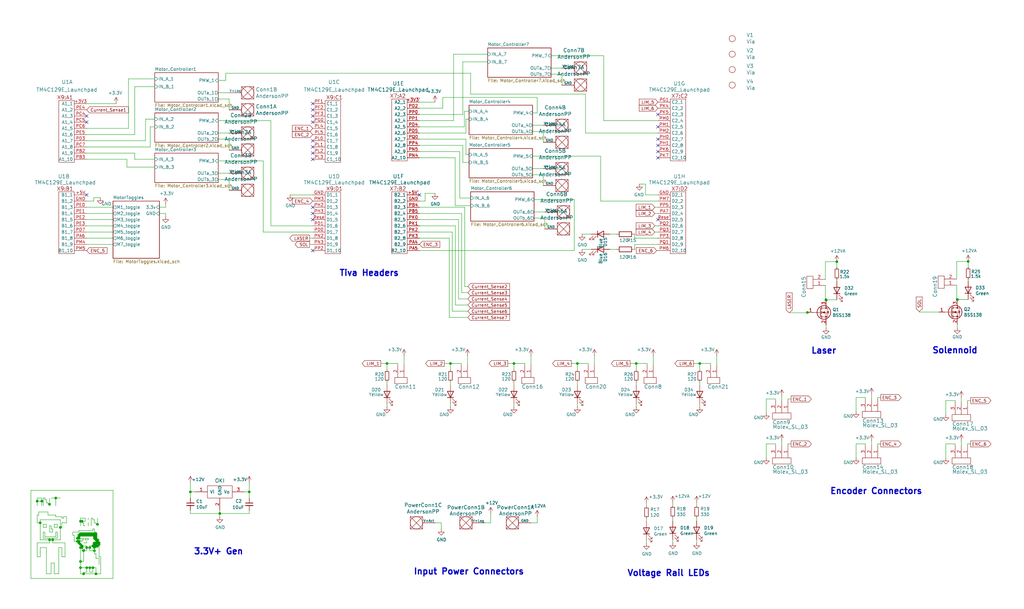
<source format=kicad_sch>
(kicad_sch (version 20211123) (generator eeschema)
  (paper "User" 420.04 250.012)
  (title_block (title "ArmBoard_Hardware") (date "2021-10-15") (rev "0") (company "Mars Rover Design Team") (comment 1 "Drawn By: Patrick Simoni / Tyler Lunyou"))
  (junction (at 331.216 128.27))
  (junction (at 34.29 226.06))
  (junction (at 40.64 222.885))
  (junction (at 36.83 233.045))
  (junction (at 38.735 220.345))
  (junction (at 39.37 220.98))
  (junction (at 31.75 222.25))
  (junction (at 34.29 219.71))
  (junction (at 36.195 219.71))
  (junction (at 39.37 219.71))
  (junction (at 40.005 222.885))
  (junction (at 78.105 201.93))
  (junction (at 33.02 219.71))
  (junction (at 158.75 149.225))
  (junction (at 32.385 219.71))
  (junction (at 33.02 233.045))
  (junction (at 37.465 219.075))
  (junction (at 38.735 222.885))
  (junction (at 39.37 235.585))
  (junction (at 392.684 122.936))
  (junction (at 40.005 224.155))
  (junction (at 36.83 219.075))
  (junction (at 40.64 223.52))
  (junction (at 38.1 233.045))
  (junction (at 39.37 219.075))
  (junction (at 32.385 220.98))
  (junction (at 35.56 233.045))
  (junction (at 35.56 219.075))
  (junction (at 34.925 219.075))
  (junction (at 338.836 123.063))
  (junction (at 34.925 219.71))
  (junction (at 39.37 224.155))
  (junction (at 236.855 149.225))
  (junction (at 22.86 204.47))
  (junction (at 38.735 226.06))
  (junction (at 21.59 221.615))
  (junction (at 24.765 216.535))
  (junction (at 397.129 107.315))
  (junction (at 33.655 224.155))
  (junction (at 32.385 222.885))
  (junction (at 90.17 210.82))
  (junction (at 392.684 123.063))
  (junction (at 17.145 205.74))
  (junction (at 33.02 224.79))
  (junction (at 33.02 213.995))
  (junction (at 20.32 221.615))
  (junction (at 36.83 224.79))
  (junction (at 16.51 214.63))
  (junction (at 39.37 220.345))
  (junction (at 210.82 149.225))
  (junction (at 343.281 107.442))
  (junction (at 34.29 235.585))
  (junction (at 33.02 219.075))
  (junction (at 32.385 220.345))
  (junction (at 36.195 219.075))
  (junction (at 20.32 207.01))
  (junction (at 38.1 219.075))
  (junction (at 39.37 223.52))
  (junction (at 38.735 220.98))
  (junction (at 39.37 222.885))
  (junction (at 33.02 230.505))
  (junction (at 38.735 224.155))
  (junction (at 33.02 223.52))
  (junction (at 37.465 219.71))
  (junction (at 33.655 219.075))
  (junction (at 33.655 219.71))
  (junction (at 35.56 219.71))
  (junction (at 40.005 222.25))
  (junction (at 38.1 219.71))
  (junction (at 260.985 149.225))
  (junction (at 33.655 213.995))
  (junction (at 38.735 223.52))
  (junction (at 36.83 219.71))
  (junction (at 338.836 123.19))
  (junction (at 32.385 222.25))
  (junction (at 34.29 219.075))
  (junction (at 39.37 221.615))
  (junction (at 287.02 149.225))
  (junction (at 31.75 220.98))
  (junction (at 33.655 224.79))
  (junction (at 35.56 224.79))
  (junction (at 38.735 219.075))
  (junction (at 38.735 219.71))
  (junction (at 38.735 224.79))
  (junction (at 40.005 221.615))
  (junction (at 102.235 201.93))
  (junction (at 38.1 224.155))
  (junction (at 40.005 215.265))
  (junction (at 15.24 205.74))
  (junction (at 184.785 149.225))
  (no_connect (at 269.875 90.17))
  (no_connect (at 128.27 65.405))
  (no_connect (at 128.27 42.545))
  (no_connect (at 128.27 57.785))
  (no_connect (at 269.875 46.99))
  (no_connect (at 128.27 45.085))
  (no_connect (at 128.27 85.09))
  (no_connect (at 128.27 87.63))
  (no_connect (at 269.875 64.77))
  (no_connect (at 269.875 62.23))
  (no_connect (at 128.27 60.325))
  (no_connect (at 128.27 47.625))
  (no_connect (at 128.27 90.17))
  (no_connect (at 128.27 102.87))
  (no_connect (at 269.875 52.07))
  (no_connect (at 172.085 80.01))
  (no_connect (at 128.27 62.865))
  (no_connect (at 128.27 50.165))
  (no_connect (at 35.56 80.01))
  (no_connect (at 269.875 57.15))
  (no_connect (at 35.56 50.165))
  (no_connect (at 35.56 47.625))
  (no_connect (at 269.875 59.69))
  (wire (pts (xy 200.025 25.4) (xy 189.865 25.4)))
  (wire (pts (xy 351.155 182.245) (xy 351.155 187.96)))
  (wire (pts (xy 55.245 65.405) (xy 55.245 62.865)))
  (wire (pts (xy 314.325 182.245) (xy 314.325 187.96)))
  (wire (pts (xy 158.75 149.225) (xy 158.75 151.765)))
  (wire (pts (xy 92.583 33.02) (xy 89.535 33.02)))
  (wire (pts (xy 38.735 222.885) (xy 38.1 222.885)))
  (wire (pts (xy 38.735 219.71) (xy 38.735 219.075)))
  (wire (pts (xy 387.985 164.465) (xy 391.795 164.465)))
  (wire (pts (xy 38.735 224.79) (xy 38.735 226.06)))
  (wire (pts (xy 351.155 182.245) (xy 354.965 182.245)))
  (wire (pts (xy 34.29 220.98) (xy 34.29 221.615)))
  (wire (pts (xy 33.655 224.79) (xy 33.02 224.79)))
  (wire (pts (xy 188.087 122.682) (xy 188.087 90.17)))
  (wire (pts (xy 351.155 163.195) (xy 351.155 168.91)))
  (wire (pts (xy 193.04 38.608) (xy 193.04 30.099)))
  (wire (pts (xy 338.836 123.063) (xy 343.281 123.063)))
  (wire (pts (xy 260.35 97.79) (xy 269.875 97.79)))
  (wire (pts (xy 40.005 222.25) (xy 40.005 222.885)))
  (wire (pts (xy 38.1 224.155) (xy 38.735 224.155)))
  (wire (pts (xy 89.535 71.12) (xy 93.98 71.12)))
  (wire (pts (xy 39.37 224.155) (xy 39.37 223.52)))
  (wire (pts (xy 40.64 228.6) (xy 41.275 228.6)))
  (wire (pts (xy 16.51 228.6) (xy 16.51 224.79)))
  (wire (pts (xy 30.48 222.25) (xy 30.48 219.71)))
  (wire (pts (xy 38.1 219.075) (xy 38.735 219.075)))
  (wire (pts (xy 323.215 164.465) (xy 323.215 163.83)))
  (wire (pts (xy 15.24 204.47) (xy 15.24 205.74)))
  (wire (pts (xy 17.78 216.535) (xy 17.78 215.265)))
  (wire (pts (xy 40.005 222.885) (xy 39.37 222.885)))
  (wire (pts (xy 391.795 182.245) (xy 391.795 182.88)))
  (wire (pts (xy 260.35 100.33) (xy 260.35 102.362)))
  (wire (pts (xy 218.44 53.975) (xy 222.885 53.975)))
  (wire (pts (xy 201.295 210.82) (xy 201.295 214.63)))
  (wire (pts (xy 265.176 212.852) (xy 265.176 214.122)))
  (wire (pts (xy 32.385 219.075) (xy 32.385 219.71)))
  (wire (pts (xy 16.51 214.63) (xy 15.24 214.63)))
  (wire (pts (xy 35.56 224.79) (xy 36.83 224.79)))
  (wire (pts (xy 181.61 40.005) (xy 220.345 40.005)))
  (wire (pts (xy 15.24 205.74) (xy 15.24 207.645)))
  (wire (pts (xy 35.56 219.075) (xy 36.195 219.075)))
  (wire (pts (xy 67.945 87.63) (xy 67.945 88.9)))
  (wire (pts (xy 20.955 215.9) (xy 20.32 215.9)))
  (wire (pts (xy 184.785 149.225) (xy 189.23 149.225)))
  (wire (pts (xy 360.045 182.88) (xy 360.045 182.245)))
  (wire (pts (xy 20.955 235.585) (xy 20.955 231.14)))
  (wire (pts (xy 25.4 228.6) (xy 26.67 228.6)))
  (wire (pts (xy 21.59 217.17) (xy 21.59 218.44)))
  (wire (pts (xy 33.655 224.155) (xy 35.56 224.155)))
  (wire (pts (xy 35.56 90.17) (xy 46.355 90.17)))
  (wire (pts (xy 18.415 204.47) (xy 18.415 205.105)))
  (wire (pts (xy 33.655 213.995) (xy 33.655 214.63)))
  (wire (pts (xy 67.945 85.09) (xy 65.405 85.09)))
  (wire (pts (xy 397.129 114.681) (xy 397.129 115.316)))
  (wire (pts (xy 33.655 226.06) (xy 34.29 226.06)))
  (wire (pts (xy 38.735 220.345) (xy 38.735 220.98)))
  (wire (pts (xy 19.05 206.375) (xy 19.685 206.375)))
  (wire (pts (xy 188.595 62.23) (xy 188.595 81.28)))
  (wire (pts (xy 55.245 35.56) (xy 55.245 55.245)))
  (wire (pts (xy 22.86 204.47) (xy 22.86 207.645)))
  (wire (pts (xy 38.1 217.805) (xy 38.1 217.17)))
  (wire (pts (xy 38.735 224.155) (xy 39.37 224.155)))
  (wire (pts (xy 38.735 226.06) (xy 36.83 226.06)))
  (wire (pts (xy 163.195 149.86) (xy 163.195 149.225)))
  (wire (pts (xy 34.29 221.615) (xy 33.655 221.615)))
  (wire (pts (xy 38.735 220.98) (xy 38.735 221.615)))
  (wire (pts (xy 172.085 82.55) (xy 174.371 82.55)))
  (wire (pts (xy 158.75 165.735) (xy 158.75 167.005)))
  (wire (pts (xy 235.585 81.915) (xy 235.585 102.87)))
  (wire (pts (xy 343.281 114.808) (xy 343.281 115.443)))
  (wire (pts (xy 217.805 214.63) (xy 220.345 214.63)))
  (wire (pts (xy 19.05 224.79) (xy 19.05 235.585)))
  (wire (pts (xy 191.897 120.142) (xy 189.357 120.142)))
  (wire (pts (xy 181.61 40.005) (xy 181.61 44.45)))
  (wire (pts (xy 26.035 212.725) (xy 26.035 212.09)))
  (wire (pts (xy 17.78 215.265) (xy 19.05 215.265)))
  (wire (pts (xy 191.135 57.15) (xy 191.135 63.5)))
  (wire (pts (xy 33.02 213.995) (xy 33.02 215.9)))
  (wire (pts (xy 32.385 220.98) (xy 32.385 222.25)))
  (wire (pts (xy 25.4 212.725) (xy 26.035 212.725)))
  (wire (pts (xy 38.1 212.725) (xy 38.1 213.36)))
  (wire (pts (xy 29.845 219.71) (xy 29.845 218.44)))
  (wire (pts (xy 36.195 221.615) (xy 34.925 221.615)))
  (wire (pts (xy 23.495 215.265) (xy 23.495 216.535)))
  (wire (pts (xy 37.465 219.71) (xy 37.465 219.075)))
  (wire (pts (xy 25.4 214.63) (xy 25.4 216.535)))
  (wire (pts (xy 190.5 45.72) (xy 192.405 45.72)))
  (wire (pts (xy 36.195 214.63) (xy 36.195 215.9)))
  (wire (pts (xy 269.875 100.33) (xy 260.35 100.33)))
  (wire (pts (xy 285.75 212.598) (xy 285.75 213.868)))
  (wire (pts (xy 78.105 209.55) (xy 78.105 210.82)))
  (wire (pts (xy 35.56 97.79) (xy 46.355 97.79)))
  (wire (pts (xy 34.29 235.585) (xy 39.37 235.585)))
  (wire (pts (xy 38.1 222.885) (xy 38.1 224.155)))
  (wire (pts (xy 238.76 96.139) (xy 242.57 96.139)))
  (wire (pts (xy 39.37 215.265) (xy 40.005 215.265)))
  (wire (pts (xy 40.005 221.615) (xy 40.64 221.615)))
  (wire (pts (xy 323.215 182.88) (xy 323.215 182.245)))
  (wire (pts (xy 33.02 224.79) (xy 33.02 230.505)))
  (wire (pts (xy 46.355 100.33) (xy 35.56 100.33)))
  (wire (pts (xy 40.005 215.265) (xy 40.005 215.9)))
  (wire (pts (xy 247.65 49.53) (xy 269.875 49.53)))
  (wire (pts (xy 33.02 223.52) (xy 33.02 224.79)))
  (wire (pts (xy 36.83 226.06) (xy 36.83 224.79)))
  (wire (pts (xy 34.29 215.9) (xy 34.925 215.9)))
  (wire (pts (xy 260.985 156.845) (xy 260.985 158.115)))
  (wire (pts (xy 172.085 95.25) (xy 185.547 95.25)))
  (wire (pts (xy 186.817 125.222) (xy 186.817 92.71)))
  (wire (pts (xy 33.02 213.995) (xy 33.655 213.995)))
  (wire (pts (xy 38.735 220.98) (xy 39.37 220.98)))
  (wire (pts (xy 287.02 149.225) (xy 291.465 149.225)))
  (wire (pts (xy 24.765 216.535) (xy 24.765 221.615)))
  (wire (pts (xy 38.735 220.345) (xy 39.37 220.345)))
  (wire (pts (xy 59.69 48.895) (xy 59.69 57.785)))
  (wire (pts (xy 38.735 217.17) (xy 38.735 218.44)))
  (wire (pts (xy 61.595 60.325) (xy 35.56 60.325)))
  (wire (pts (xy 128.27 97.79) (xy 127 97.79)))
  (wire (pts (xy 387.985 164.465) (xy 387.985 170.18)))
  (wire (pts (xy 392.43 122.936) (xy 392.684 122.936)))
  (wire (pts (xy 219.075 89.535) (xy 223.52 89.535)))
  (wire (pts (xy 16.51 214.63) (xy 16.51 221.615)))
  (wire (pts (xy 21.59 221.615) (xy 24.765 221.615)))
  (wire (pts (xy 22.225 231.14) (xy 22.225 235.585)))
  (wire (pts (xy 22.86 204.47) (xy 24.765 204.47)))
  (wire (pts (xy 17.78 204.47) (xy 18.415 204.47)))
  (wire (pts (xy 33.02 230.505) (xy 34.29 230.505)))
  (wire (pts (xy 269.875 102.87) (xy 269.367 102.87)))
  (wire (pts (xy 38.735 221.615) (xy 39.37 221.615)))
  (wire (pts (xy 33.02 219.71) (xy 32.385 219.71)))
  (wire (pts (xy 174.371 79.375) (xy 178.435 79.375)))
  (wire (pts (xy 35.56 95.25) (xy 46.355 95.25)))
  (wire (pts (xy 246.38 82.55) (xy 246.38 64.135)))
  (wire (pts (xy 36.195 219.71) (xy 36.83 219.71)))
  (wire (pts (xy 19.685 206.375) (xy 19.685 207.01)))
  (wire (pts (xy 269.875 92.71) (xy 268.605 92.71)))
  (wire (pts (xy 61.595 52.07) (xy 61.595 60.325)))
  (wire (pts (xy 32.385 222.25) (xy 31.75 222.25)))
  (wire (pts (xy 46.355 237.49) (xy 12.7 237.49)))
  (wire (pts (xy 33.655 223.52) (xy 33.655 224.155)))
  (wire (pts (xy 61.595 52.07) (xy 63.5 52.07)))
  (wire (pts (xy 20.32 215.9) (xy 20.32 218.44)))
  (wire (pts (xy 397.129 109.601) (xy 397.129 107.315)))
  (wire (pts (xy 189.865 25.4) (xy 189.865 46.99)))
  (wire (pts (xy 22.86 211.455) (xy 22.86 212.09)))
  (wire (pts (xy 172.085 102.87) (xy 235.585 102.87)))
  (wire (pts (xy 260.985 149.225) (xy 265.43 149.225)))
  (wire (pts (xy 63.5 68.58) (xy 52.07 68.58)))
  (wire (pts (xy 20.32 204.47) (xy 20.32 207.01)))
  (wire (pts (xy 20.955 217.17) (xy 21.59 217.17)))
  (wire (pts (xy 219.075 81.915) (xy 235.585 81.915)))
  (wire (pts (xy 338.582 107.442) (xy 338.582 114.681)))
  (wire (pts (xy 22.86 220.345) (xy 22.86 218.44)))
  (wire (pts (xy 21.59 218.44) (xy 20.32 218.44)))
  (wire (pts (xy 89.535 57.15) (xy 93.98 57.15)))
  (wire (pts (xy 185.547 95.25) (xy 185.547 127.762)))
  (wire (pts (xy 343.281 107.442) (xy 338.582 107.442)))
  (wire (pts (xy 19.05 215.265) (xy 19.05 216.535)))
  (wire (pts (xy 323.723 128.397) (xy 331.216 128.397)))
  (wire (pts (xy 39.37 218.44) (xy 39.37 219.075)))
  (wire (pts (xy 39.37 222.885) (xy 39.37 223.52)))
  (wire (pts (xy 33.02 223.52) (xy 32.385 223.52)))
  (wire (pts (xy 38.735 226.06) (xy 38.735 227.33)))
  (wire (pts (xy 260.985 149.225) (xy 260.985 151.765)))
  (wire (pts (xy 34.925 219.71) (xy 35.56 219.71)))
  (wire (pts (xy 360.045 163.83) (xy 360.045 163.195)))
  (wire (pts (xy 33.655 219.71) (xy 33.655 219.075)))
  (wire (pts (xy 338.582 123.063) (xy 338.836 123.063)))
  (wire (pts (xy 40.005 222.885) (xy 40.64 222.885)))
  (wire (pts (xy 18.415 220.345) (xy 22.86 220.345)))
  (wire (pts (xy 210.82 149.225) (xy 215.265 149.225)))
  (wire (pts (xy 172.085 64.77) (xy 186.69 64.77)))
  (wire (pts (xy 284.48 149.225) (xy 287.02 149.225)))
  (wire (pts (xy 35.56 52.705) (xy 52.705 52.705)))
  (wire (pts (xy 35.56 233.045) (xy 35.56 234.95)))
  (wire (pts (xy 12.7 237.49) (xy 12.7 201.295)))
  (wire (pts (xy 240.157 54.61) (xy 240.157 38.608)))
  (wire (pts (xy 32.385 219.71) (xy 32.385 220.345)))
  (wire (pts (xy 15.24 214.63) (xy 15.24 211.455)))
  (wire (pts (xy 238.76 102.362) (xy 242.57 102.362)))
  (wire (pts (xy 33.655 213.995) (xy 34.925 213.995)))
  (wire (pts (xy 30.48 219.71) (xy 29.845 219.71)))
  (wire (pts (xy 33.02 222.885) (xy 33.02 223.52)))
  (wire (pts (xy 258.445 149.225) (xy 260.985 149.225)))
  (wire (pts (xy 16.51 224.79) (xy 19.05 224.79)))
  (wire (pts (xy 33.655 214.63) (xy 34.29 214.63)))
  (wire (pts (xy 243.84 146.05) (xy 243.84 149.86)))
  (wire (pts (xy 33.655 226.06) (xy 33.655 224.79)))
  (wire (pts (xy 172.085 62.23) (xy 188.595 62.23)))
  (wire (pts (xy 191.135 48.895) (xy 192.405 48.895)))
  (wire (pts (xy 269.875 82.55) (xy 246.38 82.55)))
  (wire (pts (xy 20.955 204.47) (xy 22.86 204.47)))
  (wire (pts (xy 22.225 216.535) (xy 22.225 215.265)))
  (wire (pts (xy 32.385 220.98) (xy 31.75 220.98)))
  (wire (pts (xy 267.97 146.05) (xy 267.97 149.86)))
  (wire (pts (xy 111.125 92.71) (xy 128.27 92.71)))
  (wire (pts (xy 38.735 224.155) (xy 38.735 224.79)))
  (wire (pts (xy 218.44 71.755) (xy 222.885 71.755)))
  (wire (pts (xy 36.83 233.045) (xy 36.83 234.95)))
  (wire (pts (xy 46.355 201.295) (xy 46.355 237.49)))
  (wire (pts (xy 220.345 40.005) (xy 220.345 46.355)))
  (wire (pts (xy 285.75 221.488) (xy 285.75 222.758)))
  (wire (pts (xy 90.17 210.82) (xy 90.17 209.55)))
  (wire (pts (xy 41.275 228.6) (xy 41.275 235.585)))
  (wire (pts (xy 323.215 163.83) (xy 324.485 163.83)))
  (wire (pts (xy 36.83 224.155) (xy 38.1 224.155)))
  (wire (pts (xy 15.24 222.885) (xy 15.24 228.6)))
  (wire (pts (xy 100.33 201.93) (xy 102.235 201.93)))
  (wire (pts (xy 394.335 163.195) (xy 394.335 165.1)))
  (wire (pts (xy 230.505 30.48) (xy 230.505 34.925)))
  (wire (pts (xy 338.582 117.221) (xy 338.582 123.063)))
  (wire (pts (xy 34.29 219.71) (xy 33.655 219.71)))
  (wire (pts (xy 294.005 146.05) (xy 294.005 149.86)))
  (wire (pts (xy 190.5 52.07) (xy 190.5 45.72)))
  (wire (pts (xy 39.37 219.71) (xy 38.735 219.71)))
  (wire (pts (xy 39.37 233.045) (xy 39.37 235.585)))
  (wire (pts (xy 15.24 228.6) (xy 16.51 228.6)))
  (wire (pts (xy 102.235 201.93) (xy 102.235 204.47)))
  (wire (pts (xy 265.176 221.742) (xy 265.176 223.012)))
  (wire (pts (xy 33.02 219.075) (xy 32.385 219.075)))
  (wire (pts (xy 40.64 223.52) (xy 40.64 228.6)))
  (wire (pts (xy 37.465 219.075) (xy 38.1 219.075)))
  (wire (pts (xy 24.13 235.585) (xy 24.13 224.79)))
  (wire (pts (xy 21.59 222.885) (xy 21.59 221.615)))
  (wire (pts (xy 182.245 149.225) (xy 184.785 149.225)))
  (wire (pts (xy 38.735 224.79) (xy 40.005 224.79)))
  (wire (pts (xy 78.105 210.82) (xy 90.17 210.82)))
  (wire (pts (xy 40.005 224.155) (xy 39.37 224.155)))
  (wire (pts (xy 35.56 222.885) (xy 35.56 222.25)))
  (wire (pts (xy 34.29 226.06) (xy 35.56 226.06)))
  (wire (pts (xy 40.005 223.52) (xy 40.64 223.52)))
  (wire (pts (xy 186.055 49.53) (xy 186.055 22.225)))
  (wire (pts (xy 186.69 84.455) (xy 193.04 84.455)))
  (wire (pts (xy 186.69 64.77) (xy 186.69 84.455)))
  (wire (pts (xy 17.78 216.535) (xy 19.05 216.535)))
  (wire (pts (xy 90.17 210.82) (xy 90.17 212.09)))
  (wire (pts (xy 285.75 206.248) (xy 285.75 207.518)))
  (wire (pts (xy 269.875 85.09) (xy 268.605 85.09)))
  (wire (pts (xy 33.02 220.98) (xy 34.29 220.98)))
  (wire (pts (xy 40.005 224.155) (xy 40.005 223.52)))
  (wire (pts (xy 20.32 221.615) (xy 20.32 222.885)))
  (wire (pts (xy 396.875 182.245) (xy 398.145 182.245)))
  (wire (pts (xy 59.69 57.785) (xy 35.56 57.785)))
  (wire (pts (xy 33.02 235.585) (xy 34.29 235.585)))
  (wire (pts (xy 246.38 64.135) (xy 218.44 64.135)))
  (wire (pts (xy 190.627 85.09) (xy 190.627 117.602)))
  (wire (pts (xy 35.56 219.71) (xy 35.56 219.075)))
  (wire (pts (xy 186.055 22.225) (xy 200.025 22.225)))
  (wire (pts (xy 37.465 219.71) (xy 38.1 219.71)))
  (wire (pts (xy 172.085 41.91) (xy 178.435 41.91)))
  (wire (pts (xy 39.37 220.345) (xy 39.37 220.98)))
  (wire (pts (xy 172.085 85.09) (xy 190.627 85.09)))
  (wire (pts (xy 59.69 48.895) (xy 63.5 48.895)))
  (wire (pts (xy 38.735 222.885) (xy 38.735 223.52)))
  (wire (pts (xy 226.06 22.86) (xy 247.65 22.86)))
  (wire (pts (xy 219.075 86.995) (xy 223.52 86.995)))
  (wire (pts (xy 111.125 49.53) (xy 111.125 92.71)))
  (wire (pts (xy 158.75 149.225) (xy 163.195 149.225)))
  (wire (pts (xy 39.37 227.33) (xy 39.37 229.235)))
  (wire (pts (xy 38.1 219.71) (xy 38.1 219.075)))
  (wire (pts (xy 89.535 54.61) (xy 93.98 54.61)))
  (wire (pts (xy 39.37 219.71) (xy 39.37 220.345)))
  (wire (pts (xy 31.75 222.25) (xy 30.48 222.25)))
  (wire (pts (xy 210.82 149.225) (xy 210.82 151.765)))
  (wire (pts (xy 184.277 97.79) (xy 184.277 130.302)))
  (wire (pts (xy 15.24 205.74) (xy 17.145 205.74)))
  (wire (pts (xy 172.085 46.99) (xy 189.865 46.99)))
  (wire (pts (xy 20.32 207.01) (xy 20.32 207.645)))
  (wire (pts (xy 223.52 89.535) (xy 223.52 93.98)))
  (wire (pts (xy 236.855 165.735) (xy 236.855 167.005)))
  (wire (pts (xy 331.216 128.397) (xy 331.216 128.27)))
  (wire (pts (xy 63.5 65.405) (xy 55.245 65.405)))
  (wire (pts (xy 18.415 205.105) (xy 19.05 205.105)))
  (wire (pts (xy 20.955 231.14) (xy 22.225 231.14)))
  (wire (pts (xy 354.965 182.245) (xy 354.965 182.88)))
  (wire (pts (xy 38.735 219.075) (xy 39.37 219.075)))
  (wire (pts (xy 314.325 182.245) (xy 318.135 182.245)))
  (wire (pts (xy 33.655 219.71) (xy 33.02 219.71)))
  (wire (pts (xy 78.105 201.93) (xy 78.105 204.47)))
  (wire (pts (xy 287.02 149.225) (xy 287.02 151.765)))
  (wire (pts (xy 265.43 149.86) (xy 265.43 149.225)))
  (wire (pts (xy 27.305 212.09) (xy 27.305 214.63)))
  (wire (pts (xy 38.1 217.17) (xy 38.735 217.17)))
  (wire (pts (xy 26.67 222.885) (xy 21.59 222.885)))
  (wire (pts (xy 188.595 81.28) (xy 193.04 81.28)))
  (wire (pts (xy 38.735 227.33) (xy 39.37 227.33)))
  (wire (pts (xy 191.135 54.61) (xy 191.135 48.895)))
  (wire (pts (xy 31.75 222.25) (xy 31.75 220.98)))
  (wire (pts (xy 17.145 205.74) (xy 17.145 207.645)))
  (wire (pts (xy 198.755 214.63) (xy 201.295 214.63)))
  (wire (pts (xy 22.225 215.265) (xy 23.495 215.265)))
  (wire (pts (xy 32.385 218.44) (xy 32.385 217.805)))
  (wire (pts (xy 93.98 40.64) (xy 93.98 45.085)))
  (wire (pts (xy 55.245 55.245) (xy 35.56 55.245)))
  (wire (pts (xy 172.085 90.17) (xy 188.087 90.17)))
  (wire (pts (xy 35.56 219.71) (xy 36.195 219.71)))
  (wire (pts (xy 396.875 182.88) (xy 396.875 182.245)))
  (wire (pts (xy 34.925 219.075) (xy 35.56 219.075)))
  (wire (pts (xy 318.135 182.245) (xy 318.135 182.88)))
  (wire (pts (xy 360.045 182.245) (xy 361.315 182.245)))
  (wire (pts (xy 354.965 163.195) (xy 354.965 163.83)))
  (wire (pts (xy 191.77 146.05) (xy 191.77 149.86)))
  (wire (pts (xy 35.56 82.55) (xy 38.481 82.55)))
  (wire (pts (xy 210.82 156.845) (xy 210.82 158.115)))
  (wire (pts (xy 220.345 46.355) (xy 218.44 46.355)))
  (wire (pts (xy 31.75 220.345) (xy 32.385 220.345)))
  (wire (pts (xy 338.836 123.063) (xy 338.836 123.19)))
  (wire (pts (xy 314.325 163.83) (xy 318.135 163.83)))
  (wire (pts (xy 93.98 57.15) (xy 93.98 61.595)))
  (wire (pts (xy 226.06 30.48) (xy 230.505 30.48)))
  (wire (pts (xy 250.19 96.139) (xy 252.73 96.139)))
  (wire (pts (xy 184.785 156.845) (xy 184.785 158.115)))
  (wire (pts (xy 35.56 42.545) (xy 47.625 42.545)))
  (wire (pts (xy 12.7 201.295) (xy 46.355 201.295)))
  (wire (pts (xy 26.035 212.09) (xy 27.305 212.09)))
  (wire (pts (xy 25.4 224.79) (xy 25.4 228.6)))
  (wire (pts (xy 34.925 225.425) (xy 34.29 225.425)))
  (wire (pts (xy 314.325 163.83) (xy 314.325 169.545)))
  (wire (pts (xy 36.195 220.98) (xy 36.195 221.615)))
  (wire (pts (xy 40.005 224.79) (xy 40.005 224.155)))
  (wire (pts (xy 165.735 146.05) (xy 165.735 149.86)))
  (wire (pts (xy 35.56 92.71) (xy 46.355 92.71)))
  (wire (pts (xy 190.627 117.602) (xy 191.897 117.602)))
  (wire (pts (xy 33.02 230.505) (xy 33.02 233.045)))
  (wire (pts (xy 102.235 210.82) (xy 90.17 210.82)))
  (wire (pts (xy 269.875 54.61) (xy 240.157 54.61)))
  (wire (pts (xy 34.925 221.615) (xy 34.925 220.98)))
  (wire (pts (xy 172.085 59.69) (xy 189.865 59.69)))
  (wire (pts (xy 394.335 180.975) (xy 394.335 182.88)))
  (wire (pts (xy 33.02 222.25) (xy 33.02 220.98)))
  (wire (pts (xy 32.385 220.345) (xy 32.385 220.98)))
  (wire (pts (xy 65.405 87.63) (xy 67.945 87.63)))
  (wire (pts (xy 89.535 73.66) (xy 93.98 73.66)))
  (wire (pts (xy 208.28 149.225) (xy 210.82 149.225)))
  (wire (pts (xy 189.23 149.86) (xy 189.23 149.225)))
  (wire (pts (xy 22.225 216.535) (xy 23.495 216.535)))
  (wire (pts (xy 38.1 219.71) (xy 38.735 219.71)))
  (wire (pts (xy 377.063 128.143) (xy 377.063 127.889)))
  (wire (pts (xy 19.685 211.455) (xy 22.86 211.455)))
  (wire (pts (xy 39.37 235.585) (xy 41.275 235.585)))
  (wire (pts (xy 33.02 233.045) (xy 33.02 235.585)))
  (wire (pts (xy 34.29 226.06) (xy 34.29 230.505)))
  (wire (pts (xy 20.32 221.615) (xy 21.59 221.615)))
  (wire (pts (xy 38.735 218.44) (xy 39.37 218.44)))
  (wire (pts (xy 67.945 85.09) (xy 67.945 83.82)))
  (wire (pts (xy 218.44 69.215) (xy 222.885 69.215)))
  (wire (pts (xy 17.145 204.47) (xy 17.145 205.74)))
  (wire (pts (xy 40.005 221.615) (xy 40.005 222.25)))
  (wire (pts (xy 89.535 40.64) (xy 93.98 40.64)))
  (wire (pts (xy 40.64 221.615) (xy 40.64 222.885)))
  (wire (pts (xy 217.805 146.05) (xy 217.805 149.86)))
  (wire (pts (xy 387.985 182.245) (xy 387.985 187.96)))
  (wire (pts (xy 34.29 234.95) (xy 34.29 235.585)))
  (wire (pts (xy 260.35 96.139) (xy 260.35 97.79)))
  (wire (pts (xy 39.37 219.075) (xy 39.37 219.71)))
  (wire (pts (xy 264.795 75.565) (xy 262.255 75.565)))
  (wire (pts (xy 52.705 32.385) (xy 52.705 52.705)))
  (wire (pts (xy 107.95 95.25) (xy 128.27 95.25)))
  (wire (pts (xy 35.56 233.045) (xy 36.83 233.045)))
  (wire (pts (xy 172.085 87.63) (xy 189.357 87.63)))
  (wire (pts (xy 172.085 54.61) (xy 191.135 54.61)))
  (wire (pts (xy 240.157 38.608) (xy 193.04 38.608)))
  (wire (pts (xy 33.02 212.725) (xy 34.925 212.725)))
  (wire (pts (xy 38.1 234.95) (xy 36.83 234.95)))
  (wire (pts (xy 32.385 222.25) (xy 32.385 222.885)))
  (wire (pts (xy 392.684 122.936) (xy 397.129 122.936)))
  (wire (pts (xy 20.32 222.885) (xy 15.24 222.885)))
  (wire (pts (xy 172.085 52.07) (xy 190.5 52.07)))
  (wire (pts (xy 236.855 156.845) (xy 236.855 158.115)))
  (wire (pts (xy 19.05 205.105) (xy 19.05 206.375)))
  (wire (pts (xy 37.465 212.725) (xy 38.1 212.725)))
  (wire (pts (xy 188.087 122.682) (xy 191.897 122.682)))
  (wire (pts (xy 102.235 209.55) (xy 102.235 210.82)))
  (wire (pts (xy 18.415 218.44) (xy 18.415 220.345)))
  (wire (pts (xy 357.505 161.925) (xy 357.505 163.83)))
  (wire (pts (xy 174.371 82.55) (xy 174.371 79.375)))
  (wire (pts (xy 189.865 59.69) (xy 189.865 66.675)))
  (wire (pts (xy 34.925 212.725) (xy 34.925 213.995)))
  (wire (pts (xy 128.27 100.33) (xy 127 100.33)))
  (wire (pts (xy 22.225 235.585) (xy 24.13 235.585)))
  (wire (pts (xy 34.29 219.075) (xy 34.29 219.71)))
  (wire (pts (xy 351.155 163.195) (xy 354.965 163.195)))
  (wire (pts (xy 107.95 66.04) (xy 107.95 95.25)))
  (wire (pts (xy 15.875 210.185) (xy 19.685 210.185)))
  (wire (pts (xy 29.845 218.44) (xy 32.385 218.44)))
  (wire (pts (xy 36.83 233.045) (xy 38.1 233.045)))
  (wire (pts (xy 172.085 44.45) (xy 181.61 44.45)))
  (wire (pts (xy 343.281 109.728) (xy 343.281 107.442)))
  (wire (pts (xy 38.1 233.045) (xy 38.1 234.95)))
  (wire (pts (xy 38.735 213.36) (xy 38.735 214.63)))
  (wire (pts (xy 39.37 214.63) (xy 39.37 215.265)))
  (wire (pts (xy 320.675 180.975) (xy 320.675 182.88)))
  (wire (pts (xy 55.245 35.56) (xy 63.5 35.56)))
  (wire (pts (xy 35.56 87.63) (xy 46.355 87.63)))
  (wire (pts (xy 241.3 149.86) (xy 241.3 149.225)))
  (wire (pts (xy 35.56 224.155) (xy 35.56 224.79)))
  (wire (pts (xy 269.875 80.01) (xy 264.795 80.01)))
  (wire (pts (xy 36.83 219.71) (xy 36.83 219.075)))
  (wire (pts (xy 338.836 133.35) (xy 338.836 134.62)))
  (wire (pts (xy 391.795 164.465) (xy 391.795 165.1)))
  (wire (pts (xy 189.357 120.142) (xy 189.357 87.63)))
  (wire (pts (xy 35.56 226.06) (xy 35.56 224.79)))
  (wire (pts (xy 156.21 149.225) (xy 158.75 149.225)))
  (wire (pts (xy 191.897 125.222) (xy 186.817 125.222)))
  (wire (pts (xy 34.29 219.075) (xy 34.925 219.075)))
  (wire (pts (xy 34.925 219.71) (xy 34.29 219.71)))
  (wire (pts (xy 189.865 66.675) (xy 192.405 66.675)))
  (wire (pts (xy 32.385 222.885) (xy 33.02 222.885)))
  (wire (pts (xy 39.37 221.615) (xy 40.005 221.615)))
  (wire (pts (xy 38.481 81.153) (xy 41.148 81.153)))
  (wire (pts (xy 397.129 107.315) (xy 392.43 107.315)))
  (wire (pts (xy 33.02 219.71) (xy 33.02 219.075)))
  (wire (pts (xy 39.37 223.52) (xy 38.735 223.52)))
  (wire (pts (xy 38.1 213.36) (xy 38.735 213.36)))
  (wire (pts (xy 236.855 149.225) (xy 241.3 149.225)))
  (wire (pts (xy 35.56 234.95) (xy 34.29 234.95)))
  (wire (pts (xy 35.56 85.09) (xy 46.355 85.09)))
  (wire (pts (xy 185.547 127.762) (xy 191.897 127.762)))
  (wire (pts (xy 37.465 215.9) (xy 37.465 212.725)))
  (wire (pts (xy 19.05 235.585) (xy 20.955 235.585)))
  (wire (pts (xy 89.535 49.53) (xy 111.125 49.53)))
  (wire (pts (xy 15.24 204.47) (xy 17.145 204.47)))
  (wire (pts (xy 172.085 97.79) (xy 184.277 97.79)))
  (wire (pts (xy 22.86 212.09) (xy 25.4 212.09)))
  (wire (pts (xy 19.685 210.185) (xy 19.685 211.455)))
  (wire (pts (xy 191.135 63.5) (xy 192.405 63.5)))
  (wire (pts (xy 158.75 156.845) (xy 158.75 158.115)))
  (wire (pts (xy 396.875 165.1) (xy 396.875 164.465)))
  (wire (pts (xy 63.5 32.385) (xy 52.705 32.385)))
  (wire (pts (xy 236.855 149.225) (xy 236.855 151.765)))
  (wire (pts (xy 36.195 219.71) (xy 36.195 219.075)))
  (wire (pts (xy 33.02 233.045) (xy 35.56 233.045)))
  (wire (pts (xy 287.02 156.845) (xy 287.02 158.115)))
  (wire (pts (xy 93.98 73.66) (xy 93.98 78.105)))
  (wire (pts (xy 392.43 107.315) (xy 392.43 114.554)))
  (wire (pts (xy 17.78 220.98) (xy 17.78 218.44)))
  (wire (pts (xy 36.83 219.71) (xy 37.465 219.71)))
  (wire (pts (xy 27.305 214.63) (xy 25.4 214.63)))
  (wire (pts (xy 38.735 214.63) (xy 39.37 214.63)))
  (wire (pts (xy 250.19 102.362) (xy 252.73 102.362)))
  (wire (pts (xy 184.785 165.735) (xy 184.785 167.005)))
  (wire (pts (xy 52.07 65.405) (xy 35.56 65.405)))
  (wire (pts (xy 24.765 213.36) (xy 24.765 216.535)))
  (wire (pts (xy 34.29 222.885) (xy 35.56 222.885)))
  (wire (pts (xy 34.29 214.63) (xy 34.29 215.9)))
  (wire (pts (xy 32.385 217.805) (xy 38.1 217.805)))
  (wire (pts (xy 16.51 213.36) (xy 16.51 214.63)))
  (wire (pts (xy 38.481 82.55) (xy 38.481 81.153)))
  (wire (pts (xy 33.02 212.725) (xy 33.02 213.995)))
  (wire (pts (xy 186.055 49.53) (xy 172.085 49.53)))
  (wire (pts (xy 318.135 163.83) (xy 318.135 164.465)))
  (wire (pts (xy 52.07 68.58) (xy 52.07 65.405)))
  (wire (pts (xy 193.04 30.099) (xy 92.583 30.099)))
  (wire (pts (xy 26.67 228.6) (xy 26.67 222.885)))
  (wire (pts (xy 39.37 229.235) (xy 40.64 229.235)))
  (wire (pts (xy 38.735 223.52) (xy 38.735 224.155)))
  (wire (pts (xy 226.06 27.94) (xy 230.505 27.94)))
  (wire (pts (xy 178.435 214.63) (xy 180.975 214.63)))
  (wire (pts (xy 33.02 219.075) (xy 33.655 219.075)))
  (wire (pts (xy 33.655 222.25) (xy 33.02 222.25)))
  (wire (pts (xy 38.1 233.045) (xy 39.37 233.045)))
  (wire (pts (xy 15.24 211.455) (xy 15.875 211.455)))
  (wire (pts (xy 33.655 224.79) (xy 33.655 224.155)))
  (wire (pts (xy 385.064 128.143) (xy 377.063 128.143)))
  (wire (pts (xy 222.885 71.755) (xy 222.885 76.2)))
  (wire (pts (xy 55.245 62.865) (xy 35.56 62.865)))
  (wire (pts (xy 36.195 219.075) (xy 36.83 219.075)))
  (wire (pts (xy 291.465 149.86) (xy 291.465 149.225)))
  (wire (pts (xy 39.37 222.885) (xy 38.735 222.885)))
  (wire (pts (xy 260.985 165.735) (xy 260.985 167.005)))
  (wire (pts (xy 33.655 221.615) (xy 33.655 222.25)))
  (wire (pts (xy 36.83 224.79) (xy 36.83 224.155)))
  (wire (pts (xy 234.315 149.225) (xy 236.855 149.225)))
  (wire (pts (xy 184.785 149.225) (xy 184.785 151.765)))
  (wire (pts (xy 118.999 80.01) (xy 128.27 80.01)))
  (wire (pts (xy 89.535 38.1) (xy 93.98 38.1)))
  (wire (pts (xy 275.971 213.868) (xy 275.971 212.598)))
  (wire (pts (xy 20.955 217.17) (xy 20.955 215.9)))
  (wire (pts (xy 287.02 165.735) (xy 287.02 167.005)))
  (wire (pts (xy 360.045 163.195) (xy 361.315 163.195)))
  (wire (pts (xy 39.37 222.25) (xy 40.005 222.25)))
  (wire (pts (xy 357.505 180.975) (xy 357.505 182.88)))
  (wire (pts (xy 275.971 206.248) (xy 275.971 207.518)))
  (wire (pts (xy 40.64 222.885) (xy 40.64 223.52)))
  (wire (pts (xy 36.195 213.36) (xy 36.195 212.725)))
  (wire (pts (xy 32.385 222.885) (xy 32.385 223.52)))
  (wire (pts (xy 396.875 164.465) (xy 398.145 164.465)))
  (wire (pts (xy 23.495 218.44) (xy 23.495 220.98)))
  (wire (pts (xy 17.78 207.645) (xy 17.78 204.47)))
  (wire (pts (xy 40.005 212.725) (xy 40.005 215.265)))
  (wire (pts (xy 269.875 87.63) (xy 268.605 87.63)))
  (wire (pts (xy 247.65 49.53) (xy 247.65 22.86)))
  (wire (pts (xy 264.795 80.01) (xy 264.795 75.565)))
  (wire (pts (xy 392.684 133.223) (xy 392.684 134.493)))
  (wire (pts (xy 23.495 220.98) (xy 17.78 220.98)))
  (wire (pts (xy 323.215 182.245) (xy 324.485 182.245)))
  (wire (pts (xy 220.345 214.63) (xy 220.345 212.09)))
  (wire (pts (xy 172.085 92.71) (xy 186.817 92.71)))
  (wire (pts (xy 25.4 216.535) (xy 24.765 216.535)))
  (wire (pts (xy 36.83 219.075) (xy 37.465 219.075)))
  (wire (pts (xy 25.4 212.09) (xy 25.4 212.725)))
  (wire (pts (xy 33.655 219.075) (xy 34.29 219.075)))
  (wire (pts (xy 92.583 30.099) (xy 92.583 33.02)))
  (wire (pts (xy 17.78 218.44) (xy 18.415 218.44)))
  (wire (pts (xy 16.51 221.615) (xy 20.32 221.615)))
  (wire (pts (xy 265.176 206.502) (xy 265.176 207.772)))
  (wire (pts (xy 392.684 122.936) (xy 392.684 123.063)))
  (wire (pts (xy 39.37 220.98) (xy 39.37 221.615)))
  (wire (pts (xy 180.975 214.63) (xy 180.975 217.17)))
  (wire (pts (xy 269.875 95.25) (xy 268.605 95.25)))
  (wire (pts (xy 102.235 198.12) (xy 102.235 201.93)))
  (wire (pts (xy 22.86 218.44) (xy 23.495 218.44)))
  (wire (pts (xy 172.085 57.15) (xy 191.135 57.15)))
  (wire (pts (xy 31.75 220.98) (xy 31.75 220.345)))
  (wire (pts (xy 222.885 53.975) (xy 222.885 58.42)))
  (wire (pts (xy 320.675 162.56) (xy 320.675 164.465)))
  (wire (pts (xy 38.735 219.71) (xy 38.735 220.345)))
  (wire (pts (xy 40.64 229.235) (xy 40.64 231.775)))
  (wire (pts (xy 24.13 224.79) (xy 25.4 224.79)))
  (wire (pts (xy 191.897 130.302) (xy 184.277 130.302)))
  (wire (pts (xy 15.875 211.455) (xy 15.875 210.185)))
  (wire (pts (xy 392.43 117.094) (xy 392.43 122.936)))
  (wire (pts (xy 34.925 219.075) (xy 34.925 219.71)))
  (wire (pts (xy 39.37 222.885) (xy 39.37 222.25)))
  (wire (pts (xy 218.44 51.435) (xy 222.885 51.435)))
  (wire (pts (xy 16.51 213.36) (xy 24.765 213.36)))
  (wire (pts (xy 210.82 165.735) (xy 210.82 167.005)))
  (wire (pts (xy 275.971 221.488) (xy 275.971 222.758)))
  (wire (pts (xy 19.685 207.01) (xy 20.32 207.01)))
  (wire (pts (xy 78.105 198.12) (xy 78.105 201.93)))
  (wire (pts (xy 387.985 182.245) (xy 391.795 182.245)))
  (wire (pts (xy 215.265 149.86) (xy 215.265 149.225)))
  (wire (pts (xy 37.465 225.425) (xy 38.1 225.425)))
  (wire (pts (xy 80.01 201.93) (xy 78.105 201.93)))
  (wire (pts (xy 34.925 220.98) (xy 36.195 220.98)))
  (wire (pts (xy 89.535 66.04) (xy 107.95 66.04)))
  (text "Voltage Rail LEDs" (at 257.175 236.855 0) (effects (font (size 2.4892 2.4892) (thickness 0.4978) bold) (justify left bottom)))
  (text "Input Power Connectors\n" (at 169.545 236.22 0) (effects (font (size 2.4892 2.4892) (thickness 0.4978) bold) (justify left bottom)))
  (text "Solennoid" (at 382.27 145.415 0) (effects (font (size 2.4892 2.4892) (thickness 0.4978) bold) (justify left bottom)))
  (text "Tiva Headers" (at 139.065 113.665 0) (effects (font (size 2.4892 2.4892) (thickness 0.4978) bold) (justify left bottom)))
  (text "Encoder Connectors" (at 340.36 203.2 0) (effects (font (size 2.4892 2.4892) (thickness 0.4978) bold) (justify left bottom)))
  (text "3.3V+ Gen" (at 79.375 227.965 0) (effects (font (size 2.4892 2.4892) (thickness 0.4978) bold) (justify left bottom)))
  (text "Laser" (at 332.613 145.542 0) (effects (font (size 2.4892 2.4892) (thickness 0.4978) bold) (justify left bottom)))
  (global_label "LIM_5" (shape input) (at 269.875 41.91 180) (property "Intersheet References" "${INTERSHEET_REFS}" (effects hide)))
  (global_label "Current_Sense7" (shape input) (at 191.897 130.302 0) (property "Intersheet References" "${INTERSHEET_REFS}" (effects hide)))
  (global_label "ENC_5" (shape output) (at 398.145 164.465 0) (property "Intersheet References" "${INTERSHEET_REFS}" (effects hide)))
  (global_label "LIM_2" (shape output) (at 182.245 149.225 180) (property "Intersheet References" "${INTERSHEET_REFS}" (effects hide)))
  (global_label "Current_Sense4" (shape input) (at 191.897 122.682 0) (property "Intersheet References" "${INTERSHEET_REFS}" (effects hide)))
  (global_label "ENC_1" (shape output) (at 324.485 163.83 0) (property "Intersheet References" "${INTERSHEET_REFS}" (effects hide)))
  (global_label "LIM_5" (shape output) (at 258.445 149.225 180) (property "Intersheet References" "${INTERSHEET_REFS}" (effects hide)))
  (global_label "LASER" (shape input) (at 323.723 128.397 90) (property "Intersheet References" "${INTERSHEET_REFS}" (effects hide)))
  (global_label "LASER" (shape output) (at 127 97.79 180) (property "Intersheet References" "${INTERSHEET_REFS}" (effects hide)))
  (global_label "ENC_1" (shape input) (at 128.27 52.705 180) (property "Intersheet References" "${INTERSHEET_REFS}" (effects hide)))
  (global_label "ENC_6" (shape output) (at 398.145 182.245 0) (property "Intersheet References" "${INTERSHEET_REFS}" (effects hide)))
  (global_label "ENC_4" (shape input) (at 128.27 82.55 180) (property "Intersheet References" "${INTERSHEET_REFS}" (effects hide)))
  (global_label "LIM_4" (shape input) (at 268.605 95.25 180) (property "Intersheet References" "${INTERSHEET_REFS}" (effects hide)))
  (global_label "SOL" (shape output) (at 127 100.33 180) (property "Intersheet References" "${INTERSHEET_REFS}" (effects hide)))
  (global_label "LIM_1" (shape input) (at 268.605 85.09 180) (property "Intersheet References" "${INTERSHEET_REFS}" (effects hide)))
  (global_label "ENC_5" (shape input) (at 35.56 102.87 0) (property "Intersheet References" "${INTERSHEET_REFS}" (effects hide)))
  (global_label "ENC_4" (shape output) (at 361.315 182.245 0) (property "Intersheet References" "${INTERSHEET_REFS}" (effects hide)))
  (global_label "ENC_2" (shape input) (at 128.27 55.245 180) (property "Intersheet References" "${INTERSHEET_REFS}" (effects hide)))
  (global_label "LIM_6" (shape output) (at 284.48 149.225 180) (property "Intersheet References" "${INTERSHEET_REFS}" (effects hide)))
  (global_label "Current_Sense3" (shape input) (at 191.897 120.142 0) (property "Intersheet References" "${INTERSHEET_REFS}" (effects hide)))
  (global_label "SOL" (shape input) (at 377.063 127.889 90) (property "Intersheet References" "${INTERSHEET_REFS}" (effects hide)))
  (global_label "LIM_6" (shape input) (at 269.875 44.45 180) (property "Intersheet References" "${INTERSHEET_REFS}" (effects hide)))
  (global_label "Current_Sense2" (shape input) (at 191.897 117.602 0) (property "Intersheet References" "${INTERSHEET_REFS}" (effects hide)))
  (global_label "Current_Sense5" (shape input) (at 191.897 125.222 0) (property "Intersheet References" "${INTERSHEET_REFS}" (effects hide)))
  (global_label "ENC_6" (shape input) (at 269.367 102.87 180) (property "Intersheet References" "${INTERSHEET_REFS}" (effects hide)))
  (global_label "Current_Sense1" (shape input) (at 35.56 45.085 0) (property "Intersheet References" "${INTERSHEET_REFS}" (effects hide)))
  (global_label "LIM_1" (shape output) (at 156.21 149.225 180) (property "Intersheet References" "${INTERSHEET_REFS}" (effects hide)))
  (global_label "ENC_3" (shape input) (at 172.085 100.33 0) (property "Intersheet References" "${INTERSHEET_REFS}" (effects hide)))
  (global_label "LIM_4" (shape output) (at 234.315 149.225 180) (property "Intersheet References" "${INTERSHEET_REFS}" (effects hide)))
  (global_label "ENC_2" (shape output) (at 324.485 182.245 0) (property "Intersheet References" "${INTERSHEET_REFS}" (effects hide)))
  (global_label "LIM_3" (shape output) (at 208.28 149.225 180) (property "Intersheet References" "${INTERSHEET_REFS}" (effects hide)))
  (global_label "LIM_3" (shape input) (at 268.605 92.71 180) (property "Intersheet References" "${INTERSHEET_REFS}" (effects hide)))
  (global_label "ENC_3" (shape output) (at 361.315 163.195 0) (property "Intersheet References" "${INTERSHEET_REFS}" (effects hide)))
  (global_label "Current_Sense6" (shape input) (at 191.897 127.762 0) (property "Intersheet References" "${INTERSHEET_REFS}" (effects hide)))
  (global_label "LIM_2" (shape input) (at 268.605 87.63 180) (property "Intersheet References" "${INTERSHEET_REFS}" (effects hide)))
  (symbol (lib_id "power:+3.3V") (at 67.945 83.82 0) (unit 1)
    (property "Reference" "#PWR012" (effects hide))
    (property "Value" "+3.3V" (at 68.326 79.4258 0))
  )
  (symbol (lib_id "Device:LED") (at 246.38 102.362 0) (unit 1)
    (property "Reference" "D16" (at 248.285 105.537 90))
    (property "Value" "Blue" (at 246.38 106.172 90))
    (property "Footprint" "LED_SMD:LED_0603_1608Metric_Pad1.05x0.95mm_HandSolder" (effects hide))
  )
  (symbol (lib_id "Device:LED") (at 246.38 96.139 0) (unit 1)
    (property "Reference" "D15" (at 248.285 99.314 90))
    (property "Value" "Blue" (at 246.38 99.949 90))
    (property "Footprint" "LED_SMD:LED_0603_1608Metric_Pad1.05x0.95mm_HandSolder" (effects hide))
  )
  (symbol (lib_id "power:GND") (at 67.945 88.9 0) (unit 1)
    (property "Reference" "#PWR013" (effects hide))
    (property "Value" "GND" (at 68.072 93.2942 0))
  )
  (symbol (lib_id "MRDT_Drill_Holes:Via") (at 300.355 15.875 0) (unit 1)
    (property "Reference" "V1" (at 306.1462 14.4018 0) (effects (font (size 1.524 1.524)) (justify left)))
    (property "Value" "Via" (at 306.1462 17.0942 0) (effects (font (size 1.524 1.524)) (justify left)))
    (property "Footprint" "MRDT_Drill_Holes:4_40_Hole_Corner" (effects hide))
  )
  (symbol (lib_id "MRDT_Drill_Holes:Via") (at 300.355 22.225 0) (unit 1)
    (property "Reference" "V2" (at 306.1462 20.7518 0) (effects (font (size 1.524 1.524)) (justify left)))
    (property "Value" "Via" (at 306.1462 23.4442 0) (effects (font (size 1.524 1.524)) (justify left)))
    (property "Footprint" "MRDT_Drill_Holes:4_40_Hole_Corner" (effects hide))
  )
  (symbol (lib_id "MRDT_Drill_Holes:Via") (at 300.355 28.575 0) (unit 1)
    (property "Reference" "V3" (at 306.1462 27.1018 0) (effects (font (size 1.524 1.524)) (justify left)))
    (property "Value" "Via" (at 306.1462 29.7942 0) (effects (font (size 1.524 1.524)) (justify left)))
    (property "Footprint" "MRDT_Drill_Holes:4_40_Hole_Corner" (effects hide))
  )
  (symbol (lib_id "MRDT_Drill_Holes:Via") (at 300.355 34.925 0) (unit 1)
    (property "Reference" "V4" (at 306.1462 33.4518 0) (effects (font (size 1.524 1.524)) (justify left)))
    (property "Value" "Via" (at 306.1462 36.1442 0) (effects (font (size 1.524 1.524)) (justify left)))
    (property "Footprint" "MRDT_Drill_Holes:4_40_Hole_Corner" (effects hide))
  )
  (symbol (lib_id "Device:LED") (at 397.129 119.126 90) (unit 1)
    (property "Reference" "D33" (at 400.1262 118.1354 90) (effects (justify right)))
    (property "Value" "Green" (at 400.1262 120.4468 90) (effects (justify right)))
    (property "Footprint" "LED_SMD:LED_0603_1608Metric_Pad1.05x0.95mm_HandSolder" (effects hide))
  )
  (symbol (lib_id "power:GND") (at 260.985 167.005 0) (unit 1)
    (property "Reference" "#PWR0113" (effects hide))
    (property "Value" "GND" (at 258.445 170.18 0))
  )
  (symbol (lib_id "Device:LED") (at 260.985 161.925 90) (unit 1)
    (property "Reference" "D24" (at 256.54 160.02 90))
    (property "Value" "Yellow" (at 256.54 161.925 90))
    (property "Footprint" "LED_SMD:LED_0603_1608Metric_Pad1.05x0.95mm_HandSolder" (effects hide))
  )
  (symbol (lib_id "Device:R_Small") (at 260.985 154.305 0) (unit 1)
    (property "Reference" "R26" (at 255.905 153.67 0) (effects (justify left)))
    (property "Value" "120" (at 255.905 155.575 0) (effects (justify left)))
    (property "Footprint" "Resistor_SMD:R_0603_1608Metric_Pad0.98x0.95mm_HandSolder" (effects hide))
  )
  (symbol (lib_id "MRDT_Connectors:Molex_SL_02") (at 264.16 154.94 270) (unit 1)
    (property "Reference" "Conn8" (at 264.16 158.75 90) (effects (font (size 1.524 1.524)) (justify left)))
    (property "Value" "Molex_SL_02" (effects hide))
    (property "Footprint" "MRDT_Connectors:MOLEX_SL_02_Vertical" (effects hide))
  )
  (symbol (lib_id "power:+3.3V") (at 267.97 146.05 0) (unit 1)
    (property "Reference" "#PWR0114" (effects hide))
    (property "Value" "+3.3V" (at 264.16 143.51 0))
  )
  (symbol (lib_id "power:GND") (at 287.02 167.005 0) (unit 1)
    (property "Reference" "#PWR0148" (effects hide))
    (property "Value" "GND" (at 284.48 170.18 0))
  )
  (symbol (lib_id "Device:LED") (at 287.02 161.925 90) (unit 1)
    (property "Reference" "D34" (at 282.575 160.02 90))
    (property "Value" "Yellow" (at 282.575 161.925 90))
    (property "Footprint" "LED_SMD:LED_0603_1608Metric_Pad1.05x0.95mm_HandSolder" (effects hide))
  )
  (symbol (lib_id "Device:R_Small") (at 287.02 154.305 0) (unit 1)
    (property "Reference" "R27" (at 281.94 153.67 0) (effects (justify left)))
    (property "Value" "120" (at 281.94 155.575 0) (effects (justify left)))
    (property "Footprint" "Resistor_SMD:R_0603_1608Metric_Pad0.98x0.95mm_HandSolder" (effects hide))
  )
  (symbol (lib_id "MRDT_Connectors:Molex_SL_02") (at 290.195 154.94 270) (unit 1)
    (property "Reference" "Conn21" (at 290.195 158.75 90) (effects (font (size 1.524 1.524)) (justify left)))
    (property "Value" "Molex_SL_02" (effects hide))
    (property "Footprint" "MRDT_Connectors:MOLEX_SL_02_Vertical" (effects hide))
  )
  (symbol (lib_id "power:+3.3V") (at 294.005 146.05 0) (unit 1)
    (property "Reference" "#PWR0149" (effects hide))
    (property "Value" "+3.3V" (at 290.195 143.51 0))
  )
  (symbol (lib_id "Transistor_FET:BSS138") (at 390.144 128.143 0) (unit 1)
    (property "Reference" "Q2" (at 395.3256 126.9746 0) (effects (justify left)))
    (property "Value" "BSS138" (at 395.3256 129.286 0) (effects (justify left)))
    (property "Footprint" "Package_TO_SOT_SMD:SOT-23" (effects hide))
    (property "Datasheet" "https://www.onsemi.com/pub/Collateral/BSS138-D.PDF" (effects hide))
  )
  (symbol (lib_id "power:+12VA") (at 397.129 107.315 0) (unit 1)
    (property "Reference" "#PWR0145" (effects hide))
    (property "Value" "+12VA" (at 397.51 102.9208 0))
  )
  (symbol (lib_id "power:+12VA") (at 343.281 107.442 0) (unit 1)
    (property "Reference" "#PWR0146" (effects hide))
    (property "Value" "+12VA" (at 343.662 103.0478 0))
  )
  (symbol (lib_id "Transistor_FET:BSS138") (at 336.296 128.27 0) (unit 1)
    (property "Reference" "Q1" (at 341.4776 127.1016 0) (effects (justify left)))
    (property "Value" "BSS138" (at 341.4776 129.413 0) (effects (justify left)))
    (property "Footprint" "Package_TO_SOT_SMD:SOT-23" (effects hide))
    (property "Datasheet" "https://www.onsemi.com/pub/Collateral/BSS138-D.PDF" (effects hide))
  )
  (symbol (lib_id "Device:R_Small") (at 343.281 112.268 0) (unit 1)
    (property "Reference" "R22" (at 346.456 111.633 0))
    (property "Value" "1.5k" (at 346.456 113.538 0))
    (property "Footprint" "Resistor_SMD:R_0603_1608Metric_Pad0.98x0.95mm_HandSolder" (effects hide))
  )
  (symbol (lib_id "power:GND") (at 338.836 134.62 0) (unit 1)
    (property "Reference" "#PWR0147" (effects hide))
    (property "Value" "GND" (at 338.836 138.43 0))
  )
  (symbol (lib_id "Device:LED") (at 343.281 119.253 90) (unit 1)
    (property "Reference" "D32" (at 346.2782 118.2624 90) (effects (justify right)))
    (property "Value" "Green" (at 346.2782 120.5738 90) (effects (justify right)))
    (property "Footprint" "LED_SMD:LED_0603_1608Metric_Pad1.05x0.95mm_HandSolder" (effects hide))
  )
  (symbol (lib_id "MRDT_Connectors:Molex_SL_02") (at 333.502 113.411 180) (unit 1)
    (property "Reference" "Conn15" (at 329.692 113.411 90) (effects (font (size 1.524 1.524)) (justify left)))
    (property "Value" "Molex_SL_02" (effects hide))
    (property "Footprint" "MRDT_Connectors:MOLEX_SL_02_Vertical" (effects hide))
  )
  (symbol (lib_id "power:GND") (at 392.684 134.493 0) (unit 1)
    (property "Reference" "#PWR056" (effects hide))
    (property "Value" "GND" (at 392.684 138.303 0))
  )
  (symbol (lib_id "Device:R_Small") (at 397.129 112.141 0) (unit 1)
    (property "Reference" "R25" (at 400.304 111.506 0))
    (property "Value" "1.5k" (at 400.304 113.411 0))
    (property "Footprint" "Resistor_SMD:R_0603_1608Metric_Pad0.98x0.95mm_HandSolder" (effects hide))
  )
  (symbol (lib_id "MRDT_Connectors:Molex_SL_02") (at 387.35 113.284 180) (unit 1)
    (property "Reference" "Conn19" (at 383.54 113.284 90) (effects (font (size 1.524 1.524)) (justify left)))
    (property "Value" "Molex_SL_02" (effects hide))
    (property "Footprint" "MRDT_Connectors:MOLEX_SL_02_Vertical" (effects hide))
  )
  (symbol (lib_id "MRDT_Connectors:AndersonPP") (at 104.14 64.135 0) (mirror y) (unit 1)
    (property "Reference" "Conn2" (at 98.8568 54.3052 0) (effects (font (size 1.524 1.524))))
    (property "Value" "AndersonPP" (at 98.8568 56.9976 0) (effects (font (size 1.524 1.524))))
    (property "Footprint" "MRDT_Connectors:Square_Anderson_2_H_Side_By_Side" (effects hide))
  )
  (symbol (lib_id "MRDT_Connectors:AndersonPP") (at 104.14 57.15 0) (mirror y) (unit 2)
    (property "Reference" "Conn2" (at 98.8568 47.3202 0) (effects (font (size 1.524 1.524))))
    (property "Value" "AndersonPP" (at 98.8568 50.0126 0) (effects (font (size 1.524 1.524))))
    (property "Footprint" "MRDT_Connectors:Square_Anderson_2_H_Side_By_Side" (effects hide))
  )
  (symbol (lib_id "MRDT_Connectors:AndersonPP") (at 104.14 80.645 0) (mirror y) (unit 1)
    (property "Reference" "Conn3" (at 98.8568 70.8152 0) (effects (font (size 1.524 1.524))))
    (property "Value" "AndersonPP" (at 98.8568 73.5076 0) (effects (font (size 1.524 1.524))))
    (property "Footprint" "MRDT_Connectors:Square_Anderson_2_H_Side_By_Side" (effects hide))
  )
  (symbol (lib_id "MRDT_Connectors:AndersonPP") (at 104.14 73.66 0) (mirror y) (unit 2)
    (property "Reference" "Conn3" (at 98.8568 63.8302 0) (effects (font (size 1.524 1.524))))
    (property "Value" "AndersonPP" (at 98.8568 66.5226 0) (effects (font (size 1.524 1.524))))
    (property "Footprint" "MRDT_Connectors:Square_Anderson_2_H_Side_By_Side" (effects hide))
  )
  (symbol (lib_id "MRDT_Connectors:AndersonPP") (at 240.665 37.465 0) (mirror y) (unit 1)
    (property "Reference" "Conn7" (at 235.3818 27.6352 0) (effects (font (size 1.524 1.524))))
    (property "Value" "AndersonPP" (at 235.3818 30.3276 0) (effects (font (size 1.524 1.524))))
    (property "Footprint" "MRDT_Connectors:Square_Anderson_2_H_Side_By_Side" (effects hide))
  )
  (symbol (lib_id "MRDT_Connectors:AndersonPP") (at 240.665 30.48 0) (mirror y) (unit 2)
    (property "Reference" "Conn7" (at 235.3818 20.6502 0) (effects (font (size 1.524 1.524))))
    (property "Value" "AndersonPP" (at 235.3818 23.3426 0) (effects (font (size 1.524 1.524))))
    (property "Footprint" "MRDT_Connectors:Square_Anderson_2_H_Side_By_Side" (effects hide))
  )
  (symbol (lib_id "MRDT_Connectors:AndersonPP") (at 233.045 60.96 0) (mirror y) (unit 1)
    (property "Reference" "Conn4" (at 227.7618 51.1302 0) (effects (font (size 1.524 1.524))))
    (property "Value" "AndersonPP" (at 227.7618 53.8226 0) (effects (font (size 1.524 1.524))))
    (property "Footprint" "MRDT_Connectors:Square_Anderson_2_H_Side_By_Side" (effects hide))
  )
  (symbol (lib_id "MRDT_Connectors:AndersonPP") (at 233.045 53.975 0) (mirror y) (unit 2)
    (property "Reference" "Conn4" (at 227.7618 44.1452 0) (effects (font (size 1.524 1.524))))
    (property "Value" "AndersonPP" (at 227.7618 46.8376 0) (effects (font (size 1.524 1.524))))
    (property "Footprint" "MRDT_Connectors:Square_Anderson_2_H_Side_By_Side" (effects hide))
  )
  (symbol (lib_id "MRDT_Connectors:AndersonPP") (at 233.045 78.74 0) (mirror y) (unit 1)
    (property "Reference" "Conn5" (at 227.7618 68.9102 0) (effects (font (size 1.524 1.524))))
    (property "Value" "AndersonPP" (at 227.7618 71.6026 0) (effects (font (size 1.524 1.524))))
    (property "Footprint" "MRDT_Connectors:Square_Anderson_2_H_Side_By_Side" (effects hide))
  )
  (symbol (lib_id "MRDT_Connectors:AndersonPP") (at 233.045 71.755 0) (mirror y) (unit 2)
    (property "Reference" "Conn5" (at 227.7618 61.9252 0) (effects (font (size 1.524 1.524))))
    (property "Value" "AndersonPP" (at 227.7618 64.6176 0) (effects (font (size 1.524 1.524))))
    (property "Footprint" "MRDT_Connectors:Square_Anderson_2_H_Side_By_Side" (effects hide))
  )
  (symbol (lib_id "MRDT_Connectors:AndersonPP") (at 233.68 96.52 0) (mirror y) (unit 1)
    (property "Reference" "Conn6" (at 228.3968 86.6902 0) (effects (font (size 1.524 1.524))))
    (property "Value" "AndersonPP" (at 228.3968 89.3826 0) (effects (font (size 1.524 1.524))))
    (property "Footprint" "MRDT_Connectors:Square_Anderson_2_H_Side_By_Side" (effects hide))
  )
  (symbol (lib_id "MRDT_Connectors:AndersonPP") (at 233.68 89.535 0) (mirror y) (unit 2)
    (property "Reference" "Conn6" (at 228.3968 79.7052 0) (effects (font (size 1.524 1.524))))
    (property "Value" "AndersonPP" (at 228.3968 82.3976 0) (effects (font (size 1.524 1.524))))
    (property "Footprint" "MRDT_Connectors:Square_Anderson_2_H_Side_By_Side" (effects hide))
  )
  (symbol (lib_id "MRDT_Connectors:AndersonPP") (at 104.14 35.56 180) (unit 2)
    (property "Reference" "Conn1" (at 104.8512 36.7538 0) (effects (font (size 1.524 1.524)) (justify right)))
    (property "Value" "AndersonPP" (at 104.8512 39.4462 0) (effects (font (size 1.524 1.524)) (justify right)))
    (property "Footprint" "MRDT_Connectors:Square_Anderson_2_H_Side_By_Side" (effects hide))
  )
  (symbol (lib_id "MRDT_Connectors:AndersonPP") (at 104.14 42.545 180) (unit 1)
    (property "Reference" "Conn1" (at 104.8512 43.7388 0) (effects (font (size 1.524 1.524)) (justify right)))
    (property "Value" "AndersonPP" (at 104.8512 46.4312 0) (effects (font (size 1.524 1.524)) (justify right)))
    (property "Footprint" "MRDT_Connectors:Square_Anderson_2_H_Side_By_Side" (effects hide))
  )
  (symbol (lib_id "MRDT_Connectors:Molex_SL_03") (at 316.865 169.545 270) (unit 1)
    (property "Reference" "Conn9" (at 316.865 173.355 90) (effects (font (size 1.524 1.524)) (justify left)))
    (property "Value" "Molex_SL_03" (at 316.865 175.26 90) (effects (font (size 1.524 1.524)) (justify left)))
    (property "Footprint" "MRDT_Connectors:MOLEX_SL_03_Vertical" (effects hide))
  )
  (symbol (lib_id "power:+3.3V") (at 320.675 162.56 0) (unit 1)
    (property "Reference" "#PWR041" (effects hide))
    (property "Value" "+3.3V" (at 316.865 161.29 0))
  )
  (symbol (lib_id "power:GND") (at 314.325 169.545 0) (unit 1)
    (property "Reference" "#PWR038" (effects hide))
    (property "Value" "GND" (at 311.15 171.45 0))
  )
  (symbol (lib_id "MRDT_Connectors:Molex_SL_03") (at 316.865 187.96 270) (unit 1)
    (property "Reference" "Conn10" (at 316.865 191.77 90) (effects (font (size 1.524 1.524)) (justify left)))
    (property "Value" "Molex_SL_03" (at 316.865 193.675 90) (effects (font (size 1.524 1.524)) (justify left)))
    (property "Footprint" "MRDT_Connectors:MOLEX_SL_03_Vertical" (effects hide))
  )
  (symbol (lib_id "power:+3.3V") (at 320.675 180.975 0) (unit 1)
    (property "Reference" "#PWR042" (effects hide))
    (property "Value" "+3.3V" (at 316.865 179.705 0))
  )
  (symbol (lib_id "power:GND") (at 314.325 187.96 0) (unit 1)
    (property "Reference" "#PWR039" (effects hide))
    (property "Value" "GND" (at 311.15 189.865 0))
  )
  (symbol (lib_id "MRDT_Connectors:Molex_SL_03") (at 353.695 168.91 270) (unit 1)
    (property "Reference" "Conn13" (at 353.695 172.72 90) (effects (font (size 1.524 1.524)) (justify left)))
    (property "Value" "Molex_SL_03" (at 353.695 174.625 90) (effects (font (size 1.524 1.524)) (justify left)))
    (property "Footprint" "MRDT_Connectors:MOLEX_SL_03_Vertical" (effects hide))
  )
  (symbol (lib_id "power:+3.3V") (at 357.505 161.925 0) (unit 1)
    (property "Reference" "#PWR051" (effects hide))
    (property "Value" "+3.3V" (at 353.695 160.655 0))
  )
  (symbol (lib_id "power:GND") (at 351.155 168.91 0) (unit 1)
    (property "Reference" "#PWR048" (effects hide))
    (property "Value" "GND" (at 347.98 170.815 0))
  )
  (symbol (lib_id "MRDT_Connectors:Molex_SL_03") (at 353.695 187.96 270) (unit 1)
    (property "Reference" "Conn14" (at 353.695 191.77 90) (effects (font (size 1.524 1.524)) (justify left)))
    (property "Value" "Molex_SL_03" (at 353.695 193.675 90) (effects (font (size 1.524 1.524)) (justify left)))
    (property "Footprint" "MRDT_Connectors:MOLEX_SL_03_Vertical" (effects hide))
  )
  (symbol (lib_id "power:+3.3V") (at 357.505 180.975 0) (unit 1)
    (property "Reference" "#PWR052" (effects hide))
    (property "Value" "+3.3V" (at 353.695 179.705 0))
  )
  (symbol (lib_id "power:GND") (at 351.155 187.96 0) (unit 1)
    (property "Reference" "#PWR049" (effects hide))
    (property "Value" "GND" (at 347.98 189.865 0))
  )
  (symbol (lib_id "MRDT_Connectors:Molex_SL_03") (at 390.525 170.18 270) (unit 1)
    (property "Reference" "Conn17" (at 390.525 173.99 90) (effects (font (size 1.524 1.524)) (justify left)))
    (property "Value" "Molex_SL_03" (at 390.525 175.895 90) (effects (font (size 1.524 1.524)) (justify left)))
    (property "Footprint" "MRDT_Connectors:MOLEX_SL_03_Vertical" (effects hide))
  )
  (symbol (lib_id "power:+3.3V") (at 394.335 163.195 0) (unit 1)
    (property "Reference" "#PWR059" (effects hide))
    (property "Value" "+3.3V" (at 390.525 161.925 0))
  )
  (symbol (lib_id "power:GND") (at 387.985 170.18 0) (unit 1)
    (property "Reference" "#PWR057" (effects hide))
    (property "Value" "GND" (at 384.81 172.085 0))
  )
  (symbol (lib_id "MRDT_Connectors:Molex_SL_03") (at 390.525 187.96 270) (unit 1)
    (property "Reference" "Conn18" (at 390.525 191.77 90) (effects (font (size 1.524 1.524)) (justify left)))
    (property "Value" "Molex_SL_03" (at 390.525 193.675 90) (effects (font (size 1.524 1.524)) (justify left)))
    (property "Footprint" "MRDT_Connectors:MOLEX_SL_03_Vertical" (effects hide))
  )
  (symbol (lib_id "power:+3.3V") (at 394.335 180.975 0) (unit 1)
    (property "Reference" "#PWR060" (effects hide))
    (property "Value" "+3.3V" (at 390.525 179.705 0))
  )
  (symbol (lib_id "power:GND") (at 387.985 187.96 0) (unit 1)
    (property "Reference" "#PWR058" (effects hide))
    (property "Value" "GND" (at 384.81 189.865 0))
  )
  (symbol (lib_id "MRDT_Devices:OKI") (at 85.09 204.47 0) (unit 1)
    (property "Reference" "OKI1" (effects hide))
    (property "Value" "OKI" (at 90.17 197.3326 0) (effects (font (size 1.524 1.524))))
    (property "Footprint" "MRDT_Devices:OKI_Horizontal" (effects hide))
  )
  (symbol (lib_id "power:+3.3V") (at 102.235 198.12 0) (unit 1)
    (property "Reference" "#PWR029" (effects hide))
    (property "Value" "+3.3V" (at 98.425 196.85 0))
  )
  (symbol (lib_id "Device:C_Small") (at 78.105 207.01 0) (unit 1)
    (property "Reference" "C1" (at 80.4418 205.8416 0) (effects (justify left)))
    (property "Value" "10uF" (at 80.4418 208.153 0) (effects (justify left)))
    (property "Footprint" "Capacitor_SMD:C_0603_1608Metric_Pad1.08x0.95mm_HandSolder" (effects hide))
  )
  (symbol (lib_id "Device:C_Small") (at 102.235 207.01 0) (unit 1)
    (property "Reference" "C2" (at 96.52 205.74 0) (effects (justify left)))
    (property "Value" "10uF" (at 95.25 208.28 0) (effects (justify left)))
    (property "Footprint" "Capacitor_SMD:C_0603_1608Metric_Pad1.08x0.95mm_HandSolder" (effects hide))
  )
  (symbol (lib_id "power:+12V") (at 78.105 198.12 0) (unit 1)
    (property "Reference" "#PWR025" (effects hide))
    (property "Value" "+12V" (at 81.28 196.85 0))
  )
  (symbol (lib_id "power:GND") (at 90.17 212.09 0) (unit 1)
    (property "Reference" "#PWR028" (effects hide))
    (property "Value" "GND" (at 90.297 216.4842 0))
  )
  (symbol (lib_id "power:+3.3V") (at 265.176 206.502 0) (unit 1)
    (property "Reference" "#PWR030" (effects hide))
    (property "Value" "+3.3V" (at 268.986 203.962 0))
  )
  (symbol (lib_id "Device:R_Small") (at 265.176 210.312 0) (unit 1)
    (property "Reference" "R17" (at 266.6746 209.1436 0) (effects (justify left)))
    (property "Value" "120" (at 266.6746 211.455 0) (effects (justify left)))
    (property "Footprint" "Resistor_SMD:R_0603_1608Metric_Pad0.98x0.95mm_HandSolder" (effects hide))
  )
  (symbol (lib_id "Device:LED") (at 265.176 217.932 90) (unit 1)
    (property "Reference" "D17" (at 268.1732 216.9414 90) (effects (justify right)))
    (property "Value" "Green" (at 268.1732 219.2528 90) (effects (justify right)))
    (property "Footprint" "LED_SMD:LED_0603_1608Metric_Pad1.05x0.95mm_HandSolder" (effects hide))
  )
  (symbol (lib_id "power:GND") (at 265.176 223.012 0) (unit 1)
    (property "Reference" "#PWR031" (effects hide))
    (property "Value" "GND" (at 265.303 227.4062 0))
  )
  (symbol (lib_id "power:+12VA") (at 275.971 206.248 0) (unit 1)
    (property "Reference" "#PWR033" (effects hide))
    (property "Value" "+12VA" (at 279.781 203.708 0))
  )
  (symbol (lib_id "Device:R_Small") (at 275.971 210.058 0) (unit 1)
    (property "Reference" "R18" (at 277.4696 208.8896 0) (effects (justify left)))
    (property "Value" "330" (at 277.4696 211.201 0) (effects (justify left)))
    (property "Footprint" "Resistor_SMD:R_0603_1608Metric_Pad0.98x0.95mm_HandSolder" (effects hide))
  )
  (symbol (lib_id "Device:LED") (at 275.971 217.678 90) (unit 1)
    (property "Reference" "D18" (at 278.9682 216.6874 90) (effects (justify right)))
    (property "Value" "Green" (at 278.9682 218.9988 90) (effects (justify right)))
    (property "Footprint" "LED_SMD:LED_0603_1608Metric_Pad1.05x0.95mm_HandSolder" (effects hide))
  )
  (symbol (lib_id "power:GND") (at 275.971 222.758 0) (unit 1)
    (property "Reference" "#PWR034" (effects hide))
    (property "Value" "GND" (at 276.098 227.1522 0))
  )
  (symbol (lib_id "power:+12V") (at 285.75 206.248 0) (unit 1)
    (property "Reference" "#PWR035" (effects hide))
    (property "Value" "+12V" (at 288.925 203.708 0))
  )
  (symbol (lib_id "Device:R_Small") (at 285.75 210.058 0) (unit 1)
    (property "Reference" "R19" (at 287.2486 208.8896 0) (effects (justify left)))
    (property "Value" "330" (at 287.2486 211.201 0) (effects (justify left)))
    (property "Footprint" "Resistor_SMD:R_0603_1608Metric_Pad0.98x0.95mm_HandSolder" (effects hide))
  )
  (symbol (lib_id "Device:LED") (at 285.75 217.678 90) (unit 1)
    (property "Reference" "D19" (at 288.7472 216.6874 90) (effects (justify right)))
    (property "Value" "Green" (at 288.7472 218.9988 90) (effects (justify right)))
    (property "Footprint" "LED_SMD:LED_0603_1608Metric_Pad1.05x0.95mm_HandSolder" (effects hide))
  )
  (symbol (lib_id "power:GND") (at 285.75 222.758 0) (unit 1)
    (property "Reference" "#PWR036" (effects hide))
    (property "Value" "GND" (at 285.877 227.1522 0))
  )
  (symbol (lib_id "power:GND") (at 158.75 167.005 0) (unit 1)
    (property "Reference" "#PWR040" (effects hide))
    (property "Value" "GND" (at 156.21 170.18 0))
  )
  (symbol (lib_id "Device:LED") (at 158.75 161.925 90) (unit 1)
    (property "Reference" "D20" (at 154.305 160.02 90))
    (property "Value" "Yellow" (at 154.305 161.925 90))
    (property "Footprint" "LED_SMD:LED_0603_1608Metric_Pad1.05x0.95mm_HandSolder" (effects hide))
  )
  (symbol (lib_id "Device:R_Small") (at 158.75 154.305 0) (unit 1)
    (property "Reference" "R20" (at 153.67 153.67 0) (effects (justify left)))
    (property "Value" "120" (at 153.67 155.575 0) (effects (justify left)))
    (property "Footprint" "Resistor_SMD:R_0603_1608Metric_Pad0.98x0.95mm_HandSolder" (effects hide))
  )
  (symbol (lib_id "power:+3.3V") (at 165.735 146.05 0) (unit 1)
    (property "Reference" "#PWR043" (effects hide))
    (property "Value" "+3.3V" (at 161.925 143.51 0))
  )
  (symbol (lib_id "power:GND") (at 184.785 167.005 0) (unit 1)
    (property "Reference" "#PWR046" (effects hide))
    (property "Value" "GND" (at 182.245 170.18 0))
  )
  (symbol (lib_id "Device:LED") (at 184.785 161.925 90) (unit 1)
    (property "Reference" "D21" (at 180.34 160.02 90))
    (property "Value" "Yellow" (at 180.34 161.925 90))
    (property "Footprint" "LED_SMD:LED_0603_1608Metric_Pad1.05x0.95mm_HandSolder" (effects hide))
  )
  (symbol (lib_id "Device:R_Small") (at 184.785 154.305 0) (unit 1)
    (property "Reference" "R21" (at 179.705 153.67 0) (effects (justify left)))
    (property "Value" "120" (at 179.705 155.575 0) (effects (justify left)))
    (property "Footprint" "Resistor_SMD:R_0603_1608Metric_Pad0.98x0.95mm_HandSolder" (effects hide))
  )
  (symbol (lib_id "MRDT_Connectors:Molex_SL_02") (at 187.96 154.94 270) (unit 1)
    (property "Reference" "Conn12" (at 187.96 158.75 90) (effects (font (size 1.524 1.524)) (justify left)))
    (property "Value" "Molex_SL_02" (effects hide))
    (property "Footprint" "MRDT_Connectors:MOLEX_SL_02_Vertical" (effects hide))
  )
  (symbol (lib_id "power:+3.3V") (at 191.77 146.05 0) (unit 1)
    (property "Reference" "#PWR047" (effects hide))
    (property "Value" "+3.3V" (at 187.96 143.51 0))
  )
  (symbol (lib_id "power:GND") (at 210.82 167.005 0) (unit 1)
    (property "Reference" "#PWR054" (effects hide))
    (property "Value" "GND" (at 208.28 170.18 0))
  )
  (symbol (lib_id "Device:LED") (at 210.82 161.925 90) (unit 1)
    (property "Reference" "D22" (at 206.375 160.02 90))
    (property "Value" "Yellow" (at 206.375 161.925 90))
    (property "Footprint" "LED_SMD:LED_0603_1608Metric_Pad1.05x0.95mm_HandSolder" (effects hide))
  )
  (symbol (lib_id "Device:R_Small") (at 210.82 154.305 0) (unit 1)
    (property "Reference" "R23" (at 205.74 153.67 0) (effects (justify left)))
    (property "Value" "120" (at 205.74 155.575 0) (effects (justify left)))
    (property "Footprint" "Resistor_SMD:R_0603_1608Metric_Pad0.98x0.95mm_HandSolder" (effects hide))
  )
  (symbol (lib_id "MRDT_Connectors:Molex_SL_02") (at 213.995 154.94 270) (unit 1)
    (property "Reference" "Conn16" (at 213.995 158.75 90) (effects (font (size 1.524 1.524)) (justify left)))
    (property "Value" "Molex_SL_02" (effects hide))
    (property "Footprint" "MRDT_Connectors:MOLEX_SL_02_Vertical" (effects hide))
  )
  (symbol (lib_id "power:+3.3V") (at 217.805 146.05 0) (unit 1)
    (property "Reference" "#PWR055" (effects hide))
    (property "Value" "+3.3V" (at 213.995 143.51 0))
  )
  (symbol (lib_id "power:GND") (at 236.855 167.005 0) (unit 1)
    (property "Reference" "#PWR061" (effects hide))
    (property "Value" "GND" (at 234.315 170.18 0))
  )
  (symbol (lib_id "Device:LED") (at 236.855 161.925 90) (unit 1)
    (property "Reference" "D23" (at 232.41 160.02 90))
    (property "Value" "Yellow" (at 232.41 161.925 90))
    (property "Footprint" "LED_SMD:LED_0603_1608Metric_Pad1.05x0.95mm_HandSolder" (effects hide))
  )
  (symbol (lib_id "Device:R_Small") (at 236.855 154.305 0) (unit 1)
    (property "Reference" "R24" (at 231.775 153.67 0) (effects (justify left)))
    (property "Value" "120" (at 231.775 155.575 0) (effects (justify left)))
    (property "Footprint" "Resistor_SMD:R_0603_1608Metric_Pad0.98x0.95mm_HandSolder" (effects hide))
  )
  (symbol (lib_id "MRDT_Connectors:Molex_SL_02") (at 240.03 154.94 270) (unit 1)
    (property "Reference" "Conn20" (at 240.03 158.75 90) (effects (font (size 1.524 1.524)) (justify left)))
    (property "Value" "Molex_SL_02" (effects hide))
    (property "Footprint" "MRDT_Connectors:MOLEX_SL_02_Vertical" (effects hide))
  )
  (symbol (lib_id "power:+3.3V") (at 243.84 146.05 0) (unit 1)
    (property "Reference" "#PWR063" (effects hide))
    (property "Value" "+3.3V" (at 240.03 143.51 0))
  )
  (symbol (lib_id "MRDT_Connectors:Molex_SL_02") (at 161.925 154.94 270) (unit 1)
    (property "Reference" "Conn11" (at 161.925 158.75 90) (effects (font (size 1.524 1.524)) (justify left)))
    (property "Value" "Molex_SL_02" (effects hide))
    (property "Footprint" "MRDT_Connectors:MOLEX_SL_02_Vertical" (effects hide))
  )
  (symbol (lib_id "MRDT_Connectors:AndersonPP") (at 168.275 217.17 0) (unit 3)
    (property "Reference" "PowerConn1" (at 173.5582 207.3402 0) (effects (font (size 1.524 1.524))))
    (property "Value" "AndersonPP" (at 173.5582 210.0326 0) (effects (font (size 1.524 1.524))))
    (property "Footprint" "MRDT_Connectors:Square_Anderson_3_H_Side_By_Side" (effects hide))
  )
  (symbol (lib_id "MRDT_Connectors:AndersonPP") (at 207.645 217.17 0) (unit 1)
    (property "Reference" "PowerConn1" (at 211.455 208.28 0) (effects (font (size 1.524 1.524))))
    (property "Value" "AndersonPP" (at 211.455 210.82 0) (effects (font (size 1.524 1.524))))
    (property "Footprint" "MRDT_Connectors:Square_Anderson_3_H_Side_By_Side" (effects hide))
  )
  (symbol (lib_id "MRDT_Connectors:AndersonPP") (at 188.595 217.17 0) (unit 2)
    (property "Reference" "PowerConn1" (at 191.135 208.28 0) (effects (font (size 1.524 1.524))))
    (property "Value" "AndersonPP" (at 191.135 210.82 0) (effects (font (size 1.524 1.524))))
    (property "Footprint" "MRDT_Connectors:Square_Anderson_3_H_Side_By_Side" (effects hide))
  )
  (symbol (lib_id "power:GND") (at 180.975 217.17 0) (unit 1)
    (property "Reference" "#PWR03" (effects hide))
    (property "Value" "GND" (at 181.102 221.5642 0))
  )
  (symbol (lib_id "power:+12VA") (at 220.345 212.09 0) (unit 1)
    (property "Reference" "#PWR011" (effects hide))
    (property "Value" "+12VA" (at 220.726 207.6958 0))
  )
  (symbol (lib_id "power:+12V") (at 201.295 210.82 0) (unit 1)
    (property "Reference" "#PWR08" (effects hide))
    (property "Value" "+12V" (at 201.676 206.4258 0))
  )
  (symbol (lib_id "MRDT_Shields:TM4C129E_Launchpad") (at 133.35 104.14 0) (unit 4)
    (property "Reference" "U1" (at 134.62 72.39 0) (effects (font (size 1.524 1.524)) (justify left)))
    (property "Value" "TM4C129E_Launchpad" (at 124.46 74.93 0) (effects (font (size 1.524 1.524)) (justify left)))
    (property "Footprint" "Project Library:TM4C129E_Launchpad_FULL_THT_TOP-MOUNTLESS" (effects hide))
  )
  (symbol (lib_id "MRDT_Shields:TM4C129E_Launchpad") (at 133.35 66.675 0) (unit 3)
    (property "Reference" "U1" (at 134.62 33.655 0) (effects (font (size 1.524 1.524)) (justify left)))
    (property "Value" "TM4C129E_Launchpad" (at 124.46 36.83 0) (effects (font (size 1.524 1.524)) (justify left)))
    (property "Footprint" "Project Library:TM4C129E_Launchpad_FULL_THT_TOP-MOUNTLESS" (effects hide))
  )
  (symbol (lib_id "power:GND") (at 118.999 80.01 0) (unit 1)
    (property "Reference" "#PWR018" (effects hide))
    (property "Value" "GND" (at 119.126 84.4042 0))
  )
  (symbol (lib_id "power:GND") (at 41.148 81.153 0) (unit 1)
    (property "Reference" "#PWR04" (effects hide))
    (property "Value" "GND" (at 43.688 83.693 0))
  )
  (symbol (lib_id "power:+3.3V") (at 47.625 42.545 0) (mirror y) (unit 1)
    (property "Reference" "#PWR07" (effects hide))
    (property "Value" "+3.3V" (at 47.244 38.1508 0))
  )
  (symbol (lib_id "MRDT_Shields:TM4C129E_Launchpad") (at 30.48 104.14 0) (mirror y) (unit 2)
    (property "Reference" "U1" (at 28.575 72.39 0) (effects (font (size 1.524 1.524)) (justify left)))
    (property "Value" "TM4C129E_Launchpad" (at 39.37 74.93 0) (effects (font (size 1.524 1.524)) (justify left)))
    (property "Footprint" "Project Library:TM4C129E_Launchpad_FULL_THT_TOP-MOUNTLESS" (effects hide))
  )
  (symbol (lib_id "MRDT_Shields:TM4C129E_Launchpad") (at 30.48 66.675 0) (mirror y) (unit 1)
    (property "Reference" "U1" (at 29.845 33.655 0) (effects (font (size 1.524 1.524)) (justify left)))
    (property "Value" "TM4C129E_Launchpad" (at 40.005 36.83 0) (effects (font (size 1.524 1.524)) (justify left)))
    (property "Footprint" "Project Library:TM4C129E_Launchpad_FULL_THT_TOP-MOUNTLESS" (effects hide))
  )
  (symbol (lib_id "MRDT_Shields:TM4C129E_Launchpad") (at 167.005 66.04 0) (mirror y) (unit 5)
    (property "Reference" "U1" (at 165.735 34.29 0) (effects (font (size 1.524 1.524)) (justify left)))
    (property "Value" "TM4C129E_Launchpad" (at 175.895 36.83 0) (effects (font (size 1.524 1.524)) (justify left)))
    (property "Footprint" "Project Library:TM4C129E_Launchpad_FULL_THT_TOP-MOUNTLESS" (effects hide))
  )
  (symbol (lib_id "MRDT_Shields:TM4C129E_Launchpad") (at 167.005 104.14 0) (mirror y) (unit 6)
    (property "Reference" "U1" (at 165.735 72.39 0) (effects (font (size 1.524 1.524)) (justify left)))
    (property "Value" "TM4C129E_Launchpad" (at 176.53 74.93 0) (effects (font (size 1.524 1.524)) (justify left)))
    (property "Footprint" "Project Library:TM4C129E_Launchpad_FULL_THT_TOP-MOUNTLESS" (effects hide))
  )
  (symbol (lib_id "MRDT_Shields:TM4C129E_Launchpad") (at 274.955 104.14 0) (unit 8)
    (property "Reference" "U1" (at 276.225 72.39 0) (effects (font (size 1.524 1.524)) (justify left)))
    (property "Value" "TM4C129E_Launchpad" (at 266.065 74.93 0) (effects (font (size 1.524 1.524)) (justify left)))
    (property "Footprint" "Project Library:TM4C129E_Launchpad_FULL_THT_TOP-MOUNTLESS" (effects hide))
  )
  (symbol (lib_id "MRDT_Shields:TM4C129E_Launchpad") (at 274.955 66.04 0) (unit 7)
    (property "Reference" "U1" (at 276.225 34.29 0) (effects (font (size 1.524 1.524)) (justify left)))
    (property "Value" "TM4C129E_Launchpad" (at 266.065 36.83 0) (effects (font (size 1.524 1.524)) (justify left)))
    (property "Footprint" "Project Library:TM4C129E_Launchpad_FULL_THT_TOP-MOUNTLESS" (effects hide))
  )
  (symbol (lib_id "power:+3.3V") (at 178.435 41.91 0) (mirror y) (unit 1)
    (property "Reference" "#PWR023" (effects hide))
    (property "Value" "+3.3V" (at 178.054 37.5158 0))
  )
  (symbol (lib_id "power:GND") (at 178.435 79.375 0) (unit 1)
    (property "Reference" "#PWR024" (effects hide))
    (property "Value" "GND" (at 178.562 83.7692 0))
  )
  (symbol (lib_id "power:GND") (at 262.255 75.565 0) (mirror y) (unit 1)
    (property "Reference" "#PWR032" (effects hide))
    (property "Value" "GND" (at 262.128 79.9592 0))
  )
  (symbol (lib_id "power:GND") (at 238.76 96.139 0) (unit 1)
    (property "Reference" "#PWR026" (effects hide))
    (property "Value" "GND" (at 238.887 100.5332 0))
  )
  (symbol (lib_id "Device:R") (at 256.54 102.362 270) (unit 1)
    (property "Reference" "R16" (at 257.175 105.537 90) (effects (justify left)))
    (property "Value" "120" (at 254 105.537 90) (effects (justify left)))
    (property "Footprint" "Resistor_SMD:R_0603_1608Metric_Pad0.98x0.95mm_HandSolder" (effects hide))
  )
  (symbol (lib_id "power:GND") (at 238.76 102.362 0) (unit 1)
    (property "Reference" "#PWR027" (effects hide))
    (property "Value" "GND" (at 238.887 106.7562 0))
  )
  (symbol (lib_id "Device:R") (at 256.54 96.139 270) (unit 1)
    (property "Reference" "R15" (at 257.175 98.679 90) (effects (justify left)))
    (property "Value" "120" (at 254 98.679 90) (effects (justify left)))
    (property "Footprint" "Resistor_SMD:R_0603_1608Metric_Pad0.98x0.95mm_HandSolder" (effects hide))
  )
  (sheet (at 46.355 82.55) (size 19.05 23.495)
    (property "Sheet name" "MotorToggles" (at 46.355 81.8384 0) (effects (justify left bottom)))
    (property "Sheet file" "MotorToggles.kicad_sch" (at 46.355 106.6296 0) (effects (justify left top)))
    (pin "M1_toggle" output (at 46.355 85.09 180))
    (pin "M2_toggle" output (at 46.355 87.63 180))
    (pin "M3_toggle" output (at 46.355 90.17 180))
    (pin "M4_toggle" output (at 46.355 92.71 180))
    (pin "M5_toggle" output (at 46.355 95.25 180))
    (pin "M6_toggle" output (at 46.355 97.79 180))
    (pin "M7_toggle" output (at 46.355 100.33 180))
    (pin "3.3v" input (at 65.405 85.09 0))
    (pin "GND" input (at 65.405 87.63 0))
  )
  (sheet (at 63.5 46.355) (size 26.035 12.065)
    (property "Sheet name" "Motor_Controller2" (at 63.5 45.6434 0) (effects (justify left bottom)))
    (property "Sheet file" "Motor_Controller2.kicad_sch" (at 63.5 59.0046 0) (effects (justify left top)))
    (pin "PMW_2" input (at 89.535 49.53 0))
    (pin "IN_A_2" input (at 63.5 48.895 180))
    (pin "IN_B_2" input (at 63.5 52.07 180))
    (pin "OUTa_2" output (at 89.535 54.61 0))
    (pin "OUTb_2" output (at 89.535 57.15 0))
  )
  (sheet (at 63.5 62.865) (size 26.035 12.065)
    (property "Sheet name" "Motor_Controller3" (at 63.5 62.1534 0) (effects (justify left bottom)))
    (property "Sheet file" "Motor_Controller3.kicad_sch" (at 63.5 75.5146 0) (effects (justify left top)))
    (pin "PMW_3" input (at 89.535 66.04 0))
    (pin "IN_A_3" input (at 63.5 65.405 180))
    (pin "IN_B_3" input (at 63.5 68.58 180))
    (pin "OUTa_3" output (at 89.535 71.12 0))
    (pin "OUTb_3" output (at 89.535 73.66 0))
  )
  (sheet (at 200.025 19.685) (size 26.035 12.065)
    (property "Sheet name" "Motor_Controller7" (at 200.025 18.9734 0) (effects (justify left bottom)))
    (property "Sheet file" "Motor_Controller7.kicad_sch" (at 200.025 32.3346 0) (effects (justify left top)))
    (pin "PMW_7" input (at 226.06 22.86 0))
    (pin "IN_A_7" input (at 200.025 22.225 180))
    (pin "IN_B_7" input (at 200.025 25.4 180))
    (pin "OUTa_7" output (at 226.06 27.94 0))
    (pin "OUTb_7" output (at 226.06 30.48 0))
  )
  (sheet (at 192.405 43.18) (size 26.035 12.065)
    (property "Sheet name" "Motor_Controller4" (at 192.405 42.4684 0) (effects (justify left bottom)))
    (property "Sheet file" "Motor_Controller4.kicad_sch" (at 192.405 55.8296 0) (effects (justify left top)))
    (pin "PMW_4" input (at 218.44 46.355 0))
    (pin "IN_A_4" input (at 192.405 45.72 180))
    (pin "IN_B_4" input (at 192.405 48.895 180))
    (pin "OUTa_4" output (at 218.44 51.435 0))
    (pin "OUTb_4" output (at 218.44 53.975 0))
  )
  (sheet (at 192.405 60.96) (size 26.035 12.065)
    (property "Sheet name" "Motor_Controller5" (at 192.405 60.2484 0) (effects (justify left bottom)))
    (property "Sheet file" "Motor_Controller5.kicad_sch" (at 192.405 73.6096 0) (effects (justify left top)))
    (pin "PMW_5" input (at 218.44 64.135 0))
    (pin "IN_A_5" input (at 192.405 63.5 180))
    (pin "IN_B_5" input (at 192.405 66.675 180))
    (pin "OUTa_5" output (at 218.44 69.215 0))
    (pin "OUTb_5" output (at 218.44 71.755 0))
  )
  (sheet (at 193.04 78.74) (size 26.035 12.065)
    (property "Sheet name" "Motor_Controller6" (at 193.04 78.0284 0) (effects (justify left bottom)))
    (property "Sheet file" "Motor_Controller6.kicad_sch" (at 193.04 91.3896 0) (effects (justify left top)))
    (pin "PMW_6" input (at 219.075 81.915 0))
    (pin "IN_A_6" input (at 193.04 81.28 180))
    (pin "IN_B_6" input (at 193.04 84.455 180))
    (pin "OUTa_6" output (at 219.075 86.995 0))
    (pin "OUTb_6" output (at 219.075 89.535 0))
  )
  (sheet (at 63.5 29.845) (size 26.035 12.065)
    (property "Sheet name" "Motor_Controller1" (at 63.5 29.1334 0) (effects (justify left bottom)))
    (property "Sheet file" "Motor_Controller1.kicad_sch" (at 63.5 42.4946 0) (effects (justify left top)))
    (pin "PMW_1" input (at 89.535 33.02 0))
    (pin "IN_A_1" input (at 63.5 32.385 180))
    (pin "IN_B_1" input (at 63.5 35.56 180))
    (pin "OUTa_1" output (at 89.535 38.1 0))
    (pin "OUTb_1" output (at 89.535 40.64 0))
  )
)
</source>
